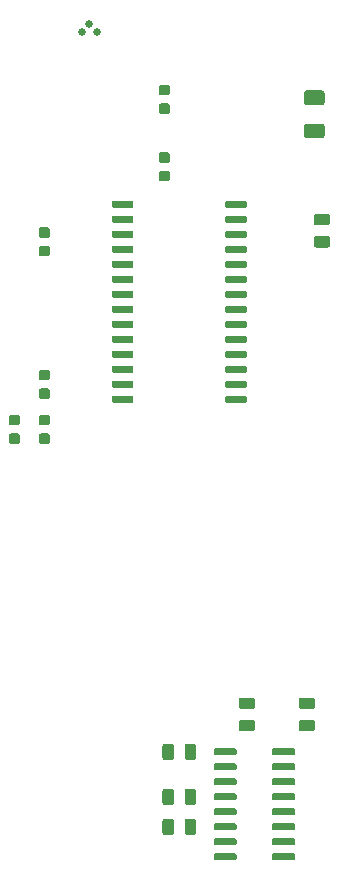
<source format=gtp>
G04 #@! TF.GenerationSoftware,KiCad,Pcbnew,(5.1.5)-3*
G04 #@! TF.CreationDate,2020-01-05T20:33:51-06:00*
G04 #@! TF.ProjectId,tymkrs_vendo,74796d6b-7273-45f7-9665-6e646f2e6b69,V0*
G04 #@! TF.SameCoordinates,Original*
G04 #@! TF.FileFunction,Paste,Top*
G04 #@! TF.FilePolarity,Positive*
%FSLAX46Y46*%
G04 Gerber Fmt 4.6, Leading zero omitted, Abs format (unit mm)*
G04 Created by KiCad (PCBNEW (5.1.5)-3) date 2020-01-05 20:33:51*
%MOMM*%
%LPD*%
G04 APERTURE LIST*
%ADD10C,0.100000*%
%ADD11C,0.635000*%
G04 APERTURE END LIST*
D10*
G36*
X98067691Y-115921053D02*
G01*
X98088926Y-115924203D01*
X98109750Y-115929419D01*
X98129962Y-115936651D01*
X98149368Y-115945830D01*
X98167781Y-115956866D01*
X98185024Y-115969654D01*
X98200930Y-115984070D01*
X98215346Y-115999976D01*
X98228134Y-116017219D01*
X98239170Y-116035632D01*
X98248349Y-116055038D01*
X98255581Y-116075250D01*
X98260797Y-116096074D01*
X98263947Y-116117309D01*
X98265000Y-116138750D01*
X98265000Y-116576250D01*
X98263947Y-116597691D01*
X98260797Y-116618926D01*
X98255581Y-116639750D01*
X98248349Y-116659962D01*
X98239170Y-116679368D01*
X98228134Y-116697781D01*
X98215346Y-116715024D01*
X98200930Y-116730930D01*
X98185024Y-116745346D01*
X98167781Y-116758134D01*
X98149368Y-116769170D01*
X98129962Y-116778349D01*
X98109750Y-116785581D01*
X98088926Y-116790797D01*
X98067691Y-116793947D01*
X98046250Y-116795000D01*
X97533750Y-116795000D01*
X97512309Y-116793947D01*
X97491074Y-116790797D01*
X97470250Y-116785581D01*
X97450038Y-116778349D01*
X97430632Y-116769170D01*
X97412219Y-116758134D01*
X97394976Y-116745346D01*
X97379070Y-116730930D01*
X97364654Y-116715024D01*
X97351866Y-116697781D01*
X97340830Y-116679368D01*
X97331651Y-116659962D01*
X97324419Y-116639750D01*
X97319203Y-116618926D01*
X97316053Y-116597691D01*
X97315000Y-116576250D01*
X97315000Y-116138750D01*
X97316053Y-116117309D01*
X97319203Y-116096074D01*
X97324419Y-116075250D01*
X97331651Y-116055038D01*
X97340830Y-116035632D01*
X97351866Y-116017219D01*
X97364654Y-115999976D01*
X97379070Y-115984070D01*
X97394976Y-115969654D01*
X97412219Y-115956866D01*
X97430632Y-115945830D01*
X97450038Y-115936651D01*
X97470250Y-115929419D01*
X97491074Y-115924203D01*
X97512309Y-115921053D01*
X97533750Y-115920000D01*
X98046250Y-115920000D01*
X98067691Y-115921053D01*
G37*
G36*
X98067691Y-114346053D02*
G01*
X98088926Y-114349203D01*
X98109750Y-114354419D01*
X98129962Y-114361651D01*
X98149368Y-114370830D01*
X98167781Y-114381866D01*
X98185024Y-114394654D01*
X98200930Y-114409070D01*
X98215346Y-114424976D01*
X98228134Y-114442219D01*
X98239170Y-114460632D01*
X98248349Y-114480038D01*
X98255581Y-114500250D01*
X98260797Y-114521074D01*
X98263947Y-114542309D01*
X98265000Y-114563750D01*
X98265000Y-115001250D01*
X98263947Y-115022691D01*
X98260797Y-115043926D01*
X98255581Y-115064750D01*
X98248349Y-115084962D01*
X98239170Y-115104368D01*
X98228134Y-115122781D01*
X98215346Y-115140024D01*
X98200930Y-115155930D01*
X98185024Y-115170346D01*
X98167781Y-115183134D01*
X98149368Y-115194170D01*
X98129962Y-115203349D01*
X98109750Y-115210581D01*
X98088926Y-115215797D01*
X98067691Y-115218947D01*
X98046250Y-115220000D01*
X97533750Y-115220000D01*
X97512309Y-115218947D01*
X97491074Y-115215797D01*
X97470250Y-115210581D01*
X97450038Y-115203349D01*
X97430632Y-115194170D01*
X97412219Y-115183134D01*
X97394976Y-115170346D01*
X97379070Y-115155930D01*
X97364654Y-115140024D01*
X97351866Y-115122781D01*
X97340830Y-115104368D01*
X97331651Y-115084962D01*
X97324419Y-115064750D01*
X97319203Y-115043926D01*
X97316053Y-115022691D01*
X97315000Y-115001250D01*
X97315000Y-114563750D01*
X97316053Y-114542309D01*
X97319203Y-114521074D01*
X97324419Y-114500250D01*
X97331651Y-114480038D01*
X97340830Y-114460632D01*
X97351866Y-114442219D01*
X97364654Y-114424976D01*
X97379070Y-114409070D01*
X97394976Y-114394654D01*
X97412219Y-114381866D01*
X97430632Y-114370830D01*
X97450038Y-114361651D01*
X97470250Y-114354419D01*
X97491074Y-114349203D01*
X97512309Y-114346053D01*
X97533750Y-114345000D01*
X98046250Y-114345000D01*
X98067691Y-114346053D01*
G37*
G36*
X121765142Y-115083673D02*
G01*
X121788803Y-115087183D01*
X121812007Y-115092995D01*
X121834529Y-115101053D01*
X121856153Y-115111281D01*
X121876670Y-115123578D01*
X121895883Y-115137828D01*
X121913607Y-115153892D01*
X121929671Y-115171616D01*
X121943921Y-115190829D01*
X121956218Y-115211346D01*
X121966446Y-115232970D01*
X121974504Y-115255492D01*
X121980316Y-115278696D01*
X121983826Y-115302357D01*
X121985000Y-115326249D01*
X121985000Y-115813749D01*
X121983826Y-115837641D01*
X121980316Y-115861302D01*
X121974504Y-115884506D01*
X121966446Y-115907028D01*
X121956218Y-115928652D01*
X121943921Y-115949169D01*
X121929671Y-115968382D01*
X121913607Y-115986106D01*
X121895883Y-116002170D01*
X121876670Y-116016420D01*
X121856153Y-116028717D01*
X121834529Y-116038945D01*
X121812007Y-116047003D01*
X121788803Y-116052815D01*
X121765142Y-116056325D01*
X121741250Y-116057499D01*
X120828750Y-116057499D01*
X120804858Y-116056325D01*
X120781197Y-116052815D01*
X120757993Y-116047003D01*
X120735471Y-116038945D01*
X120713847Y-116028717D01*
X120693330Y-116016420D01*
X120674117Y-116002170D01*
X120656393Y-115986106D01*
X120640329Y-115968382D01*
X120626079Y-115949169D01*
X120613782Y-115928652D01*
X120603554Y-115907028D01*
X120595496Y-115884506D01*
X120589684Y-115861302D01*
X120586174Y-115837641D01*
X120585000Y-115813749D01*
X120585000Y-115326249D01*
X120586174Y-115302357D01*
X120589684Y-115278696D01*
X120595496Y-115255492D01*
X120603554Y-115232970D01*
X120613782Y-115211346D01*
X120626079Y-115190829D01*
X120640329Y-115171616D01*
X120656393Y-115153892D01*
X120674117Y-115137828D01*
X120693330Y-115123578D01*
X120713847Y-115111281D01*
X120735471Y-115101053D01*
X120757993Y-115092995D01*
X120781197Y-115087183D01*
X120804858Y-115083673D01*
X120828750Y-115082499D01*
X121741250Y-115082499D01*
X121765142Y-115083673D01*
G37*
G36*
X121765142Y-113208673D02*
G01*
X121788803Y-113212183D01*
X121812007Y-113217995D01*
X121834529Y-113226053D01*
X121856153Y-113236281D01*
X121876670Y-113248578D01*
X121895883Y-113262828D01*
X121913607Y-113278892D01*
X121929671Y-113296616D01*
X121943921Y-113315829D01*
X121956218Y-113336346D01*
X121966446Y-113357970D01*
X121974504Y-113380492D01*
X121980316Y-113403696D01*
X121983826Y-113427357D01*
X121985000Y-113451249D01*
X121985000Y-113938749D01*
X121983826Y-113962641D01*
X121980316Y-113986302D01*
X121974504Y-114009506D01*
X121966446Y-114032028D01*
X121956218Y-114053652D01*
X121943921Y-114074169D01*
X121929671Y-114093382D01*
X121913607Y-114111106D01*
X121895883Y-114127170D01*
X121876670Y-114141420D01*
X121856153Y-114153717D01*
X121834529Y-114163945D01*
X121812007Y-114172003D01*
X121788803Y-114177815D01*
X121765142Y-114181325D01*
X121741250Y-114182499D01*
X120828750Y-114182499D01*
X120804858Y-114181325D01*
X120781197Y-114177815D01*
X120757993Y-114172003D01*
X120735471Y-114163945D01*
X120713847Y-114153717D01*
X120693330Y-114141420D01*
X120674117Y-114127170D01*
X120656393Y-114111106D01*
X120640329Y-114093382D01*
X120626079Y-114074169D01*
X120613782Y-114053652D01*
X120603554Y-114032028D01*
X120595496Y-114009506D01*
X120589684Y-113986302D01*
X120586174Y-113962641D01*
X120585000Y-113938749D01*
X120585000Y-113451249D01*
X120586174Y-113427357D01*
X120589684Y-113403696D01*
X120595496Y-113380492D01*
X120603554Y-113357970D01*
X120613782Y-113336346D01*
X120626079Y-113315829D01*
X120640329Y-113296616D01*
X120656393Y-113278892D01*
X120674117Y-113262828D01*
X120693330Y-113248578D01*
X120713847Y-113236281D01*
X120735471Y-113226053D01*
X120757993Y-113217995D01*
X120781197Y-113212183D01*
X120804858Y-113208673D01*
X120828750Y-113207499D01*
X121741250Y-113207499D01*
X121765142Y-113208673D01*
G37*
G36*
X121299504Y-105551204D02*
G01*
X121323773Y-105554804D01*
X121347571Y-105560765D01*
X121370671Y-105569030D01*
X121392849Y-105579520D01*
X121413893Y-105592133D01*
X121433598Y-105606747D01*
X121451777Y-105623223D01*
X121468253Y-105641402D01*
X121482867Y-105661107D01*
X121495480Y-105682151D01*
X121505970Y-105704329D01*
X121514235Y-105727429D01*
X121520196Y-105751227D01*
X121523796Y-105775496D01*
X121525000Y-105800000D01*
X121525000Y-106550000D01*
X121523796Y-106574504D01*
X121520196Y-106598773D01*
X121514235Y-106622571D01*
X121505970Y-106645671D01*
X121495480Y-106667849D01*
X121482867Y-106688893D01*
X121468253Y-106708598D01*
X121451777Y-106726777D01*
X121433598Y-106743253D01*
X121413893Y-106757867D01*
X121392849Y-106770480D01*
X121370671Y-106780970D01*
X121347571Y-106789235D01*
X121323773Y-106795196D01*
X121299504Y-106798796D01*
X121275000Y-106800000D01*
X120025000Y-106800000D01*
X120000496Y-106798796D01*
X119976227Y-106795196D01*
X119952429Y-106789235D01*
X119929329Y-106780970D01*
X119907151Y-106770480D01*
X119886107Y-106757867D01*
X119866402Y-106743253D01*
X119848223Y-106726777D01*
X119831747Y-106708598D01*
X119817133Y-106688893D01*
X119804520Y-106667849D01*
X119794030Y-106645671D01*
X119785765Y-106622571D01*
X119779804Y-106598773D01*
X119776204Y-106574504D01*
X119775000Y-106550000D01*
X119775000Y-105800000D01*
X119776204Y-105775496D01*
X119779804Y-105751227D01*
X119785765Y-105727429D01*
X119794030Y-105704329D01*
X119804520Y-105682151D01*
X119817133Y-105661107D01*
X119831747Y-105641402D01*
X119848223Y-105623223D01*
X119866402Y-105606747D01*
X119886107Y-105592133D01*
X119907151Y-105579520D01*
X119929329Y-105569030D01*
X119952429Y-105560765D01*
X119976227Y-105554804D01*
X120000496Y-105551204D01*
X120025000Y-105550000D01*
X121275000Y-105550000D01*
X121299504Y-105551204D01*
G37*
G36*
X121299504Y-102751204D02*
G01*
X121323773Y-102754804D01*
X121347571Y-102760765D01*
X121370671Y-102769030D01*
X121392849Y-102779520D01*
X121413893Y-102792133D01*
X121433598Y-102806747D01*
X121451777Y-102823223D01*
X121468253Y-102841402D01*
X121482867Y-102861107D01*
X121495480Y-102882151D01*
X121505970Y-102904329D01*
X121514235Y-102927429D01*
X121520196Y-102951227D01*
X121523796Y-102975496D01*
X121525000Y-103000000D01*
X121525000Y-103750000D01*
X121523796Y-103774504D01*
X121520196Y-103798773D01*
X121514235Y-103822571D01*
X121505970Y-103845671D01*
X121495480Y-103867849D01*
X121482867Y-103888893D01*
X121468253Y-103908598D01*
X121451777Y-103926777D01*
X121433598Y-103943253D01*
X121413893Y-103957867D01*
X121392849Y-103970480D01*
X121370671Y-103980970D01*
X121347571Y-103989235D01*
X121323773Y-103995196D01*
X121299504Y-103998796D01*
X121275000Y-104000000D01*
X120025000Y-104000000D01*
X120000496Y-103998796D01*
X119976227Y-103995196D01*
X119952429Y-103989235D01*
X119929329Y-103980970D01*
X119907151Y-103970480D01*
X119886107Y-103957867D01*
X119866402Y-103943253D01*
X119848223Y-103926777D01*
X119831747Y-103908598D01*
X119817133Y-103888893D01*
X119804520Y-103867849D01*
X119794030Y-103845671D01*
X119785765Y-103822571D01*
X119779804Y-103798773D01*
X119776204Y-103774504D01*
X119775000Y-103750000D01*
X119775000Y-103000000D01*
X119776204Y-102975496D01*
X119779804Y-102951227D01*
X119785765Y-102927429D01*
X119794030Y-102904329D01*
X119804520Y-102882151D01*
X119817133Y-102861107D01*
X119831747Y-102841402D01*
X119848223Y-102823223D01*
X119866402Y-102806747D01*
X119886107Y-102792133D01*
X119907151Y-102779520D01*
X119929329Y-102769030D01*
X119952429Y-102760765D01*
X119976227Y-102754804D01*
X120000496Y-102751204D01*
X120025000Y-102750000D01*
X121275000Y-102750000D01*
X121299504Y-102751204D01*
G37*
G36*
X118884703Y-158450722D02*
G01*
X118899264Y-158452882D01*
X118913543Y-158456459D01*
X118927403Y-158461418D01*
X118940710Y-158467712D01*
X118953336Y-158475280D01*
X118965159Y-158484048D01*
X118976066Y-158493934D01*
X118985952Y-158504841D01*
X118994720Y-158516664D01*
X119002288Y-158529290D01*
X119008582Y-158542597D01*
X119013541Y-158556457D01*
X119017118Y-158570736D01*
X119019278Y-158585297D01*
X119020000Y-158600000D01*
X119020000Y-158900000D01*
X119019278Y-158914703D01*
X119017118Y-158929264D01*
X119013541Y-158943543D01*
X119008582Y-158957403D01*
X119002288Y-158970710D01*
X118994720Y-158983336D01*
X118985952Y-158995159D01*
X118976066Y-159006066D01*
X118965159Y-159015952D01*
X118953336Y-159024720D01*
X118940710Y-159032288D01*
X118927403Y-159038582D01*
X118913543Y-159043541D01*
X118899264Y-159047118D01*
X118884703Y-159049278D01*
X118870000Y-159050000D01*
X117220000Y-159050000D01*
X117205297Y-159049278D01*
X117190736Y-159047118D01*
X117176457Y-159043541D01*
X117162597Y-159038582D01*
X117149290Y-159032288D01*
X117136664Y-159024720D01*
X117124841Y-159015952D01*
X117113934Y-159006066D01*
X117104048Y-158995159D01*
X117095280Y-158983336D01*
X117087712Y-158970710D01*
X117081418Y-158957403D01*
X117076459Y-158943543D01*
X117072882Y-158929264D01*
X117070722Y-158914703D01*
X117070000Y-158900000D01*
X117070000Y-158600000D01*
X117070722Y-158585297D01*
X117072882Y-158570736D01*
X117076459Y-158556457D01*
X117081418Y-158542597D01*
X117087712Y-158529290D01*
X117095280Y-158516664D01*
X117104048Y-158504841D01*
X117113934Y-158493934D01*
X117124841Y-158484048D01*
X117136664Y-158475280D01*
X117149290Y-158467712D01*
X117162597Y-158461418D01*
X117176457Y-158456459D01*
X117190736Y-158452882D01*
X117205297Y-158450722D01*
X117220000Y-158450000D01*
X118870000Y-158450000D01*
X118884703Y-158450722D01*
G37*
G36*
X118884703Y-159720722D02*
G01*
X118899264Y-159722882D01*
X118913543Y-159726459D01*
X118927403Y-159731418D01*
X118940710Y-159737712D01*
X118953336Y-159745280D01*
X118965159Y-159754048D01*
X118976066Y-159763934D01*
X118985952Y-159774841D01*
X118994720Y-159786664D01*
X119002288Y-159799290D01*
X119008582Y-159812597D01*
X119013541Y-159826457D01*
X119017118Y-159840736D01*
X119019278Y-159855297D01*
X119020000Y-159870000D01*
X119020000Y-160170000D01*
X119019278Y-160184703D01*
X119017118Y-160199264D01*
X119013541Y-160213543D01*
X119008582Y-160227403D01*
X119002288Y-160240710D01*
X118994720Y-160253336D01*
X118985952Y-160265159D01*
X118976066Y-160276066D01*
X118965159Y-160285952D01*
X118953336Y-160294720D01*
X118940710Y-160302288D01*
X118927403Y-160308582D01*
X118913543Y-160313541D01*
X118899264Y-160317118D01*
X118884703Y-160319278D01*
X118870000Y-160320000D01*
X117220000Y-160320000D01*
X117205297Y-160319278D01*
X117190736Y-160317118D01*
X117176457Y-160313541D01*
X117162597Y-160308582D01*
X117149290Y-160302288D01*
X117136664Y-160294720D01*
X117124841Y-160285952D01*
X117113934Y-160276066D01*
X117104048Y-160265159D01*
X117095280Y-160253336D01*
X117087712Y-160240710D01*
X117081418Y-160227403D01*
X117076459Y-160213543D01*
X117072882Y-160199264D01*
X117070722Y-160184703D01*
X117070000Y-160170000D01*
X117070000Y-159870000D01*
X117070722Y-159855297D01*
X117072882Y-159840736D01*
X117076459Y-159826457D01*
X117081418Y-159812597D01*
X117087712Y-159799290D01*
X117095280Y-159786664D01*
X117104048Y-159774841D01*
X117113934Y-159763934D01*
X117124841Y-159754048D01*
X117136664Y-159745280D01*
X117149290Y-159737712D01*
X117162597Y-159731418D01*
X117176457Y-159726459D01*
X117190736Y-159722882D01*
X117205297Y-159720722D01*
X117220000Y-159720000D01*
X118870000Y-159720000D01*
X118884703Y-159720722D01*
G37*
G36*
X118884703Y-160990722D02*
G01*
X118899264Y-160992882D01*
X118913543Y-160996459D01*
X118927403Y-161001418D01*
X118940710Y-161007712D01*
X118953336Y-161015280D01*
X118965159Y-161024048D01*
X118976066Y-161033934D01*
X118985952Y-161044841D01*
X118994720Y-161056664D01*
X119002288Y-161069290D01*
X119008582Y-161082597D01*
X119013541Y-161096457D01*
X119017118Y-161110736D01*
X119019278Y-161125297D01*
X119020000Y-161140000D01*
X119020000Y-161440000D01*
X119019278Y-161454703D01*
X119017118Y-161469264D01*
X119013541Y-161483543D01*
X119008582Y-161497403D01*
X119002288Y-161510710D01*
X118994720Y-161523336D01*
X118985952Y-161535159D01*
X118976066Y-161546066D01*
X118965159Y-161555952D01*
X118953336Y-161564720D01*
X118940710Y-161572288D01*
X118927403Y-161578582D01*
X118913543Y-161583541D01*
X118899264Y-161587118D01*
X118884703Y-161589278D01*
X118870000Y-161590000D01*
X117220000Y-161590000D01*
X117205297Y-161589278D01*
X117190736Y-161587118D01*
X117176457Y-161583541D01*
X117162597Y-161578582D01*
X117149290Y-161572288D01*
X117136664Y-161564720D01*
X117124841Y-161555952D01*
X117113934Y-161546066D01*
X117104048Y-161535159D01*
X117095280Y-161523336D01*
X117087712Y-161510710D01*
X117081418Y-161497403D01*
X117076459Y-161483543D01*
X117072882Y-161469264D01*
X117070722Y-161454703D01*
X117070000Y-161440000D01*
X117070000Y-161140000D01*
X117070722Y-161125297D01*
X117072882Y-161110736D01*
X117076459Y-161096457D01*
X117081418Y-161082597D01*
X117087712Y-161069290D01*
X117095280Y-161056664D01*
X117104048Y-161044841D01*
X117113934Y-161033934D01*
X117124841Y-161024048D01*
X117136664Y-161015280D01*
X117149290Y-161007712D01*
X117162597Y-161001418D01*
X117176457Y-160996459D01*
X117190736Y-160992882D01*
X117205297Y-160990722D01*
X117220000Y-160990000D01*
X118870000Y-160990000D01*
X118884703Y-160990722D01*
G37*
G36*
X118884703Y-162260722D02*
G01*
X118899264Y-162262882D01*
X118913543Y-162266459D01*
X118927403Y-162271418D01*
X118940710Y-162277712D01*
X118953336Y-162285280D01*
X118965159Y-162294048D01*
X118976066Y-162303934D01*
X118985952Y-162314841D01*
X118994720Y-162326664D01*
X119002288Y-162339290D01*
X119008582Y-162352597D01*
X119013541Y-162366457D01*
X119017118Y-162380736D01*
X119019278Y-162395297D01*
X119020000Y-162410000D01*
X119020000Y-162710000D01*
X119019278Y-162724703D01*
X119017118Y-162739264D01*
X119013541Y-162753543D01*
X119008582Y-162767403D01*
X119002288Y-162780710D01*
X118994720Y-162793336D01*
X118985952Y-162805159D01*
X118976066Y-162816066D01*
X118965159Y-162825952D01*
X118953336Y-162834720D01*
X118940710Y-162842288D01*
X118927403Y-162848582D01*
X118913543Y-162853541D01*
X118899264Y-162857118D01*
X118884703Y-162859278D01*
X118870000Y-162860000D01*
X117220000Y-162860000D01*
X117205297Y-162859278D01*
X117190736Y-162857118D01*
X117176457Y-162853541D01*
X117162597Y-162848582D01*
X117149290Y-162842288D01*
X117136664Y-162834720D01*
X117124841Y-162825952D01*
X117113934Y-162816066D01*
X117104048Y-162805159D01*
X117095280Y-162793336D01*
X117087712Y-162780710D01*
X117081418Y-162767403D01*
X117076459Y-162753543D01*
X117072882Y-162739264D01*
X117070722Y-162724703D01*
X117070000Y-162710000D01*
X117070000Y-162410000D01*
X117070722Y-162395297D01*
X117072882Y-162380736D01*
X117076459Y-162366457D01*
X117081418Y-162352597D01*
X117087712Y-162339290D01*
X117095280Y-162326664D01*
X117104048Y-162314841D01*
X117113934Y-162303934D01*
X117124841Y-162294048D01*
X117136664Y-162285280D01*
X117149290Y-162277712D01*
X117162597Y-162271418D01*
X117176457Y-162266459D01*
X117190736Y-162262882D01*
X117205297Y-162260722D01*
X117220000Y-162260000D01*
X118870000Y-162260000D01*
X118884703Y-162260722D01*
G37*
G36*
X118884703Y-163530722D02*
G01*
X118899264Y-163532882D01*
X118913543Y-163536459D01*
X118927403Y-163541418D01*
X118940710Y-163547712D01*
X118953336Y-163555280D01*
X118965159Y-163564048D01*
X118976066Y-163573934D01*
X118985952Y-163584841D01*
X118994720Y-163596664D01*
X119002288Y-163609290D01*
X119008582Y-163622597D01*
X119013541Y-163636457D01*
X119017118Y-163650736D01*
X119019278Y-163665297D01*
X119020000Y-163680000D01*
X119020000Y-163980000D01*
X119019278Y-163994703D01*
X119017118Y-164009264D01*
X119013541Y-164023543D01*
X119008582Y-164037403D01*
X119002288Y-164050710D01*
X118994720Y-164063336D01*
X118985952Y-164075159D01*
X118976066Y-164086066D01*
X118965159Y-164095952D01*
X118953336Y-164104720D01*
X118940710Y-164112288D01*
X118927403Y-164118582D01*
X118913543Y-164123541D01*
X118899264Y-164127118D01*
X118884703Y-164129278D01*
X118870000Y-164130000D01*
X117220000Y-164130000D01*
X117205297Y-164129278D01*
X117190736Y-164127118D01*
X117176457Y-164123541D01*
X117162597Y-164118582D01*
X117149290Y-164112288D01*
X117136664Y-164104720D01*
X117124841Y-164095952D01*
X117113934Y-164086066D01*
X117104048Y-164075159D01*
X117095280Y-164063336D01*
X117087712Y-164050710D01*
X117081418Y-164037403D01*
X117076459Y-164023543D01*
X117072882Y-164009264D01*
X117070722Y-163994703D01*
X117070000Y-163980000D01*
X117070000Y-163680000D01*
X117070722Y-163665297D01*
X117072882Y-163650736D01*
X117076459Y-163636457D01*
X117081418Y-163622597D01*
X117087712Y-163609290D01*
X117095280Y-163596664D01*
X117104048Y-163584841D01*
X117113934Y-163573934D01*
X117124841Y-163564048D01*
X117136664Y-163555280D01*
X117149290Y-163547712D01*
X117162597Y-163541418D01*
X117176457Y-163536459D01*
X117190736Y-163532882D01*
X117205297Y-163530722D01*
X117220000Y-163530000D01*
X118870000Y-163530000D01*
X118884703Y-163530722D01*
G37*
G36*
X118884703Y-164800722D02*
G01*
X118899264Y-164802882D01*
X118913543Y-164806459D01*
X118927403Y-164811418D01*
X118940710Y-164817712D01*
X118953336Y-164825280D01*
X118965159Y-164834048D01*
X118976066Y-164843934D01*
X118985952Y-164854841D01*
X118994720Y-164866664D01*
X119002288Y-164879290D01*
X119008582Y-164892597D01*
X119013541Y-164906457D01*
X119017118Y-164920736D01*
X119019278Y-164935297D01*
X119020000Y-164950000D01*
X119020000Y-165250000D01*
X119019278Y-165264703D01*
X119017118Y-165279264D01*
X119013541Y-165293543D01*
X119008582Y-165307403D01*
X119002288Y-165320710D01*
X118994720Y-165333336D01*
X118985952Y-165345159D01*
X118976066Y-165356066D01*
X118965159Y-165365952D01*
X118953336Y-165374720D01*
X118940710Y-165382288D01*
X118927403Y-165388582D01*
X118913543Y-165393541D01*
X118899264Y-165397118D01*
X118884703Y-165399278D01*
X118870000Y-165400000D01*
X117220000Y-165400000D01*
X117205297Y-165399278D01*
X117190736Y-165397118D01*
X117176457Y-165393541D01*
X117162597Y-165388582D01*
X117149290Y-165382288D01*
X117136664Y-165374720D01*
X117124841Y-165365952D01*
X117113934Y-165356066D01*
X117104048Y-165345159D01*
X117095280Y-165333336D01*
X117087712Y-165320710D01*
X117081418Y-165307403D01*
X117076459Y-165293543D01*
X117072882Y-165279264D01*
X117070722Y-165264703D01*
X117070000Y-165250000D01*
X117070000Y-164950000D01*
X117070722Y-164935297D01*
X117072882Y-164920736D01*
X117076459Y-164906457D01*
X117081418Y-164892597D01*
X117087712Y-164879290D01*
X117095280Y-164866664D01*
X117104048Y-164854841D01*
X117113934Y-164843934D01*
X117124841Y-164834048D01*
X117136664Y-164825280D01*
X117149290Y-164817712D01*
X117162597Y-164811418D01*
X117176457Y-164806459D01*
X117190736Y-164802882D01*
X117205297Y-164800722D01*
X117220000Y-164800000D01*
X118870000Y-164800000D01*
X118884703Y-164800722D01*
G37*
G36*
X118884703Y-166070722D02*
G01*
X118899264Y-166072882D01*
X118913543Y-166076459D01*
X118927403Y-166081418D01*
X118940710Y-166087712D01*
X118953336Y-166095280D01*
X118965159Y-166104048D01*
X118976066Y-166113934D01*
X118985952Y-166124841D01*
X118994720Y-166136664D01*
X119002288Y-166149290D01*
X119008582Y-166162597D01*
X119013541Y-166176457D01*
X119017118Y-166190736D01*
X119019278Y-166205297D01*
X119020000Y-166220000D01*
X119020000Y-166520000D01*
X119019278Y-166534703D01*
X119017118Y-166549264D01*
X119013541Y-166563543D01*
X119008582Y-166577403D01*
X119002288Y-166590710D01*
X118994720Y-166603336D01*
X118985952Y-166615159D01*
X118976066Y-166626066D01*
X118965159Y-166635952D01*
X118953336Y-166644720D01*
X118940710Y-166652288D01*
X118927403Y-166658582D01*
X118913543Y-166663541D01*
X118899264Y-166667118D01*
X118884703Y-166669278D01*
X118870000Y-166670000D01*
X117220000Y-166670000D01*
X117205297Y-166669278D01*
X117190736Y-166667118D01*
X117176457Y-166663541D01*
X117162597Y-166658582D01*
X117149290Y-166652288D01*
X117136664Y-166644720D01*
X117124841Y-166635952D01*
X117113934Y-166626066D01*
X117104048Y-166615159D01*
X117095280Y-166603336D01*
X117087712Y-166590710D01*
X117081418Y-166577403D01*
X117076459Y-166563543D01*
X117072882Y-166549264D01*
X117070722Y-166534703D01*
X117070000Y-166520000D01*
X117070000Y-166220000D01*
X117070722Y-166205297D01*
X117072882Y-166190736D01*
X117076459Y-166176457D01*
X117081418Y-166162597D01*
X117087712Y-166149290D01*
X117095280Y-166136664D01*
X117104048Y-166124841D01*
X117113934Y-166113934D01*
X117124841Y-166104048D01*
X117136664Y-166095280D01*
X117149290Y-166087712D01*
X117162597Y-166081418D01*
X117176457Y-166076459D01*
X117190736Y-166072882D01*
X117205297Y-166070722D01*
X117220000Y-166070000D01*
X118870000Y-166070000D01*
X118884703Y-166070722D01*
G37*
G36*
X118884703Y-167340722D02*
G01*
X118899264Y-167342882D01*
X118913543Y-167346459D01*
X118927403Y-167351418D01*
X118940710Y-167357712D01*
X118953336Y-167365280D01*
X118965159Y-167374048D01*
X118976066Y-167383934D01*
X118985952Y-167394841D01*
X118994720Y-167406664D01*
X119002288Y-167419290D01*
X119008582Y-167432597D01*
X119013541Y-167446457D01*
X119017118Y-167460736D01*
X119019278Y-167475297D01*
X119020000Y-167490000D01*
X119020000Y-167790000D01*
X119019278Y-167804703D01*
X119017118Y-167819264D01*
X119013541Y-167833543D01*
X119008582Y-167847403D01*
X119002288Y-167860710D01*
X118994720Y-167873336D01*
X118985952Y-167885159D01*
X118976066Y-167896066D01*
X118965159Y-167905952D01*
X118953336Y-167914720D01*
X118940710Y-167922288D01*
X118927403Y-167928582D01*
X118913543Y-167933541D01*
X118899264Y-167937118D01*
X118884703Y-167939278D01*
X118870000Y-167940000D01*
X117220000Y-167940000D01*
X117205297Y-167939278D01*
X117190736Y-167937118D01*
X117176457Y-167933541D01*
X117162597Y-167928582D01*
X117149290Y-167922288D01*
X117136664Y-167914720D01*
X117124841Y-167905952D01*
X117113934Y-167896066D01*
X117104048Y-167885159D01*
X117095280Y-167873336D01*
X117087712Y-167860710D01*
X117081418Y-167847403D01*
X117076459Y-167833543D01*
X117072882Y-167819264D01*
X117070722Y-167804703D01*
X117070000Y-167790000D01*
X117070000Y-167490000D01*
X117070722Y-167475297D01*
X117072882Y-167460736D01*
X117076459Y-167446457D01*
X117081418Y-167432597D01*
X117087712Y-167419290D01*
X117095280Y-167406664D01*
X117104048Y-167394841D01*
X117113934Y-167383934D01*
X117124841Y-167374048D01*
X117136664Y-167365280D01*
X117149290Y-167357712D01*
X117162597Y-167351418D01*
X117176457Y-167346459D01*
X117190736Y-167342882D01*
X117205297Y-167340722D01*
X117220000Y-167340000D01*
X118870000Y-167340000D01*
X118884703Y-167340722D01*
G37*
G36*
X113934703Y-167340722D02*
G01*
X113949264Y-167342882D01*
X113963543Y-167346459D01*
X113977403Y-167351418D01*
X113990710Y-167357712D01*
X114003336Y-167365280D01*
X114015159Y-167374048D01*
X114026066Y-167383934D01*
X114035952Y-167394841D01*
X114044720Y-167406664D01*
X114052288Y-167419290D01*
X114058582Y-167432597D01*
X114063541Y-167446457D01*
X114067118Y-167460736D01*
X114069278Y-167475297D01*
X114070000Y-167490000D01*
X114070000Y-167790000D01*
X114069278Y-167804703D01*
X114067118Y-167819264D01*
X114063541Y-167833543D01*
X114058582Y-167847403D01*
X114052288Y-167860710D01*
X114044720Y-167873336D01*
X114035952Y-167885159D01*
X114026066Y-167896066D01*
X114015159Y-167905952D01*
X114003336Y-167914720D01*
X113990710Y-167922288D01*
X113977403Y-167928582D01*
X113963543Y-167933541D01*
X113949264Y-167937118D01*
X113934703Y-167939278D01*
X113920000Y-167940000D01*
X112270000Y-167940000D01*
X112255297Y-167939278D01*
X112240736Y-167937118D01*
X112226457Y-167933541D01*
X112212597Y-167928582D01*
X112199290Y-167922288D01*
X112186664Y-167914720D01*
X112174841Y-167905952D01*
X112163934Y-167896066D01*
X112154048Y-167885159D01*
X112145280Y-167873336D01*
X112137712Y-167860710D01*
X112131418Y-167847403D01*
X112126459Y-167833543D01*
X112122882Y-167819264D01*
X112120722Y-167804703D01*
X112120000Y-167790000D01*
X112120000Y-167490000D01*
X112120722Y-167475297D01*
X112122882Y-167460736D01*
X112126459Y-167446457D01*
X112131418Y-167432597D01*
X112137712Y-167419290D01*
X112145280Y-167406664D01*
X112154048Y-167394841D01*
X112163934Y-167383934D01*
X112174841Y-167374048D01*
X112186664Y-167365280D01*
X112199290Y-167357712D01*
X112212597Y-167351418D01*
X112226457Y-167346459D01*
X112240736Y-167342882D01*
X112255297Y-167340722D01*
X112270000Y-167340000D01*
X113920000Y-167340000D01*
X113934703Y-167340722D01*
G37*
G36*
X113934703Y-166070722D02*
G01*
X113949264Y-166072882D01*
X113963543Y-166076459D01*
X113977403Y-166081418D01*
X113990710Y-166087712D01*
X114003336Y-166095280D01*
X114015159Y-166104048D01*
X114026066Y-166113934D01*
X114035952Y-166124841D01*
X114044720Y-166136664D01*
X114052288Y-166149290D01*
X114058582Y-166162597D01*
X114063541Y-166176457D01*
X114067118Y-166190736D01*
X114069278Y-166205297D01*
X114070000Y-166220000D01*
X114070000Y-166520000D01*
X114069278Y-166534703D01*
X114067118Y-166549264D01*
X114063541Y-166563543D01*
X114058582Y-166577403D01*
X114052288Y-166590710D01*
X114044720Y-166603336D01*
X114035952Y-166615159D01*
X114026066Y-166626066D01*
X114015159Y-166635952D01*
X114003336Y-166644720D01*
X113990710Y-166652288D01*
X113977403Y-166658582D01*
X113963543Y-166663541D01*
X113949264Y-166667118D01*
X113934703Y-166669278D01*
X113920000Y-166670000D01*
X112270000Y-166670000D01*
X112255297Y-166669278D01*
X112240736Y-166667118D01*
X112226457Y-166663541D01*
X112212597Y-166658582D01*
X112199290Y-166652288D01*
X112186664Y-166644720D01*
X112174841Y-166635952D01*
X112163934Y-166626066D01*
X112154048Y-166615159D01*
X112145280Y-166603336D01*
X112137712Y-166590710D01*
X112131418Y-166577403D01*
X112126459Y-166563543D01*
X112122882Y-166549264D01*
X112120722Y-166534703D01*
X112120000Y-166520000D01*
X112120000Y-166220000D01*
X112120722Y-166205297D01*
X112122882Y-166190736D01*
X112126459Y-166176457D01*
X112131418Y-166162597D01*
X112137712Y-166149290D01*
X112145280Y-166136664D01*
X112154048Y-166124841D01*
X112163934Y-166113934D01*
X112174841Y-166104048D01*
X112186664Y-166095280D01*
X112199290Y-166087712D01*
X112212597Y-166081418D01*
X112226457Y-166076459D01*
X112240736Y-166072882D01*
X112255297Y-166070722D01*
X112270000Y-166070000D01*
X113920000Y-166070000D01*
X113934703Y-166070722D01*
G37*
G36*
X113934703Y-164800722D02*
G01*
X113949264Y-164802882D01*
X113963543Y-164806459D01*
X113977403Y-164811418D01*
X113990710Y-164817712D01*
X114003336Y-164825280D01*
X114015159Y-164834048D01*
X114026066Y-164843934D01*
X114035952Y-164854841D01*
X114044720Y-164866664D01*
X114052288Y-164879290D01*
X114058582Y-164892597D01*
X114063541Y-164906457D01*
X114067118Y-164920736D01*
X114069278Y-164935297D01*
X114070000Y-164950000D01*
X114070000Y-165250000D01*
X114069278Y-165264703D01*
X114067118Y-165279264D01*
X114063541Y-165293543D01*
X114058582Y-165307403D01*
X114052288Y-165320710D01*
X114044720Y-165333336D01*
X114035952Y-165345159D01*
X114026066Y-165356066D01*
X114015159Y-165365952D01*
X114003336Y-165374720D01*
X113990710Y-165382288D01*
X113977403Y-165388582D01*
X113963543Y-165393541D01*
X113949264Y-165397118D01*
X113934703Y-165399278D01*
X113920000Y-165400000D01*
X112270000Y-165400000D01*
X112255297Y-165399278D01*
X112240736Y-165397118D01*
X112226457Y-165393541D01*
X112212597Y-165388582D01*
X112199290Y-165382288D01*
X112186664Y-165374720D01*
X112174841Y-165365952D01*
X112163934Y-165356066D01*
X112154048Y-165345159D01*
X112145280Y-165333336D01*
X112137712Y-165320710D01*
X112131418Y-165307403D01*
X112126459Y-165293543D01*
X112122882Y-165279264D01*
X112120722Y-165264703D01*
X112120000Y-165250000D01*
X112120000Y-164950000D01*
X112120722Y-164935297D01*
X112122882Y-164920736D01*
X112126459Y-164906457D01*
X112131418Y-164892597D01*
X112137712Y-164879290D01*
X112145280Y-164866664D01*
X112154048Y-164854841D01*
X112163934Y-164843934D01*
X112174841Y-164834048D01*
X112186664Y-164825280D01*
X112199290Y-164817712D01*
X112212597Y-164811418D01*
X112226457Y-164806459D01*
X112240736Y-164802882D01*
X112255297Y-164800722D01*
X112270000Y-164800000D01*
X113920000Y-164800000D01*
X113934703Y-164800722D01*
G37*
G36*
X113934703Y-163530722D02*
G01*
X113949264Y-163532882D01*
X113963543Y-163536459D01*
X113977403Y-163541418D01*
X113990710Y-163547712D01*
X114003336Y-163555280D01*
X114015159Y-163564048D01*
X114026066Y-163573934D01*
X114035952Y-163584841D01*
X114044720Y-163596664D01*
X114052288Y-163609290D01*
X114058582Y-163622597D01*
X114063541Y-163636457D01*
X114067118Y-163650736D01*
X114069278Y-163665297D01*
X114070000Y-163680000D01*
X114070000Y-163980000D01*
X114069278Y-163994703D01*
X114067118Y-164009264D01*
X114063541Y-164023543D01*
X114058582Y-164037403D01*
X114052288Y-164050710D01*
X114044720Y-164063336D01*
X114035952Y-164075159D01*
X114026066Y-164086066D01*
X114015159Y-164095952D01*
X114003336Y-164104720D01*
X113990710Y-164112288D01*
X113977403Y-164118582D01*
X113963543Y-164123541D01*
X113949264Y-164127118D01*
X113934703Y-164129278D01*
X113920000Y-164130000D01*
X112270000Y-164130000D01*
X112255297Y-164129278D01*
X112240736Y-164127118D01*
X112226457Y-164123541D01*
X112212597Y-164118582D01*
X112199290Y-164112288D01*
X112186664Y-164104720D01*
X112174841Y-164095952D01*
X112163934Y-164086066D01*
X112154048Y-164075159D01*
X112145280Y-164063336D01*
X112137712Y-164050710D01*
X112131418Y-164037403D01*
X112126459Y-164023543D01*
X112122882Y-164009264D01*
X112120722Y-163994703D01*
X112120000Y-163980000D01*
X112120000Y-163680000D01*
X112120722Y-163665297D01*
X112122882Y-163650736D01*
X112126459Y-163636457D01*
X112131418Y-163622597D01*
X112137712Y-163609290D01*
X112145280Y-163596664D01*
X112154048Y-163584841D01*
X112163934Y-163573934D01*
X112174841Y-163564048D01*
X112186664Y-163555280D01*
X112199290Y-163547712D01*
X112212597Y-163541418D01*
X112226457Y-163536459D01*
X112240736Y-163532882D01*
X112255297Y-163530722D01*
X112270000Y-163530000D01*
X113920000Y-163530000D01*
X113934703Y-163530722D01*
G37*
G36*
X113934703Y-162260722D02*
G01*
X113949264Y-162262882D01*
X113963543Y-162266459D01*
X113977403Y-162271418D01*
X113990710Y-162277712D01*
X114003336Y-162285280D01*
X114015159Y-162294048D01*
X114026066Y-162303934D01*
X114035952Y-162314841D01*
X114044720Y-162326664D01*
X114052288Y-162339290D01*
X114058582Y-162352597D01*
X114063541Y-162366457D01*
X114067118Y-162380736D01*
X114069278Y-162395297D01*
X114070000Y-162410000D01*
X114070000Y-162710000D01*
X114069278Y-162724703D01*
X114067118Y-162739264D01*
X114063541Y-162753543D01*
X114058582Y-162767403D01*
X114052288Y-162780710D01*
X114044720Y-162793336D01*
X114035952Y-162805159D01*
X114026066Y-162816066D01*
X114015159Y-162825952D01*
X114003336Y-162834720D01*
X113990710Y-162842288D01*
X113977403Y-162848582D01*
X113963543Y-162853541D01*
X113949264Y-162857118D01*
X113934703Y-162859278D01*
X113920000Y-162860000D01*
X112270000Y-162860000D01*
X112255297Y-162859278D01*
X112240736Y-162857118D01*
X112226457Y-162853541D01*
X112212597Y-162848582D01*
X112199290Y-162842288D01*
X112186664Y-162834720D01*
X112174841Y-162825952D01*
X112163934Y-162816066D01*
X112154048Y-162805159D01*
X112145280Y-162793336D01*
X112137712Y-162780710D01*
X112131418Y-162767403D01*
X112126459Y-162753543D01*
X112122882Y-162739264D01*
X112120722Y-162724703D01*
X112120000Y-162710000D01*
X112120000Y-162410000D01*
X112120722Y-162395297D01*
X112122882Y-162380736D01*
X112126459Y-162366457D01*
X112131418Y-162352597D01*
X112137712Y-162339290D01*
X112145280Y-162326664D01*
X112154048Y-162314841D01*
X112163934Y-162303934D01*
X112174841Y-162294048D01*
X112186664Y-162285280D01*
X112199290Y-162277712D01*
X112212597Y-162271418D01*
X112226457Y-162266459D01*
X112240736Y-162262882D01*
X112255297Y-162260722D01*
X112270000Y-162260000D01*
X113920000Y-162260000D01*
X113934703Y-162260722D01*
G37*
G36*
X113934703Y-160990722D02*
G01*
X113949264Y-160992882D01*
X113963543Y-160996459D01*
X113977403Y-161001418D01*
X113990710Y-161007712D01*
X114003336Y-161015280D01*
X114015159Y-161024048D01*
X114026066Y-161033934D01*
X114035952Y-161044841D01*
X114044720Y-161056664D01*
X114052288Y-161069290D01*
X114058582Y-161082597D01*
X114063541Y-161096457D01*
X114067118Y-161110736D01*
X114069278Y-161125297D01*
X114070000Y-161140000D01*
X114070000Y-161440000D01*
X114069278Y-161454703D01*
X114067118Y-161469264D01*
X114063541Y-161483543D01*
X114058582Y-161497403D01*
X114052288Y-161510710D01*
X114044720Y-161523336D01*
X114035952Y-161535159D01*
X114026066Y-161546066D01*
X114015159Y-161555952D01*
X114003336Y-161564720D01*
X113990710Y-161572288D01*
X113977403Y-161578582D01*
X113963543Y-161583541D01*
X113949264Y-161587118D01*
X113934703Y-161589278D01*
X113920000Y-161590000D01*
X112270000Y-161590000D01*
X112255297Y-161589278D01*
X112240736Y-161587118D01*
X112226457Y-161583541D01*
X112212597Y-161578582D01*
X112199290Y-161572288D01*
X112186664Y-161564720D01*
X112174841Y-161555952D01*
X112163934Y-161546066D01*
X112154048Y-161535159D01*
X112145280Y-161523336D01*
X112137712Y-161510710D01*
X112131418Y-161497403D01*
X112126459Y-161483543D01*
X112122882Y-161469264D01*
X112120722Y-161454703D01*
X112120000Y-161440000D01*
X112120000Y-161140000D01*
X112120722Y-161125297D01*
X112122882Y-161110736D01*
X112126459Y-161096457D01*
X112131418Y-161082597D01*
X112137712Y-161069290D01*
X112145280Y-161056664D01*
X112154048Y-161044841D01*
X112163934Y-161033934D01*
X112174841Y-161024048D01*
X112186664Y-161015280D01*
X112199290Y-161007712D01*
X112212597Y-161001418D01*
X112226457Y-160996459D01*
X112240736Y-160992882D01*
X112255297Y-160990722D01*
X112270000Y-160990000D01*
X113920000Y-160990000D01*
X113934703Y-160990722D01*
G37*
G36*
X113934703Y-159720722D02*
G01*
X113949264Y-159722882D01*
X113963543Y-159726459D01*
X113977403Y-159731418D01*
X113990710Y-159737712D01*
X114003336Y-159745280D01*
X114015159Y-159754048D01*
X114026066Y-159763934D01*
X114035952Y-159774841D01*
X114044720Y-159786664D01*
X114052288Y-159799290D01*
X114058582Y-159812597D01*
X114063541Y-159826457D01*
X114067118Y-159840736D01*
X114069278Y-159855297D01*
X114070000Y-159870000D01*
X114070000Y-160170000D01*
X114069278Y-160184703D01*
X114067118Y-160199264D01*
X114063541Y-160213543D01*
X114058582Y-160227403D01*
X114052288Y-160240710D01*
X114044720Y-160253336D01*
X114035952Y-160265159D01*
X114026066Y-160276066D01*
X114015159Y-160285952D01*
X114003336Y-160294720D01*
X113990710Y-160302288D01*
X113977403Y-160308582D01*
X113963543Y-160313541D01*
X113949264Y-160317118D01*
X113934703Y-160319278D01*
X113920000Y-160320000D01*
X112270000Y-160320000D01*
X112255297Y-160319278D01*
X112240736Y-160317118D01*
X112226457Y-160313541D01*
X112212597Y-160308582D01*
X112199290Y-160302288D01*
X112186664Y-160294720D01*
X112174841Y-160285952D01*
X112163934Y-160276066D01*
X112154048Y-160265159D01*
X112145280Y-160253336D01*
X112137712Y-160240710D01*
X112131418Y-160227403D01*
X112126459Y-160213543D01*
X112122882Y-160199264D01*
X112120722Y-160184703D01*
X112120000Y-160170000D01*
X112120000Y-159870000D01*
X112120722Y-159855297D01*
X112122882Y-159840736D01*
X112126459Y-159826457D01*
X112131418Y-159812597D01*
X112137712Y-159799290D01*
X112145280Y-159786664D01*
X112154048Y-159774841D01*
X112163934Y-159763934D01*
X112174841Y-159754048D01*
X112186664Y-159745280D01*
X112199290Y-159737712D01*
X112212597Y-159731418D01*
X112226457Y-159726459D01*
X112240736Y-159722882D01*
X112255297Y-159720722D01*
X112270000Y-159720000D01*
X113920000Y-159720000D01*
X113934703Y-159720722D01*
G37*
G36*
X113934703Y-158450722D02*
G01*
X113949264Y-158452882D01*
X113963543Y-158456459D01*
X113977403Y-158461418D01*
X113990710Y-158467712D01*
X114003336Y-158475280D01*
X114015159Y-158484048D01*
X114026066Y-158493934D01*
X114035952Y-158504841D01*
X114044720Y-158516664D01*
X114052288Y-158529290D01*
X114058582Y-158542597D01*
X114063541Y-158556457D01*
X114067118Y-158570736D01*
X114069278Y-158585297D01*
X114070000Y-158600000D01*
X114070000Y-158900000D01*
X114069278Y-158914703D01*
X114067118Y-158929264D01*
X114063541Y-158943543D01*
X114058582Y-158957403D01*
X114052288Y-158970710D01*
X114044720Y-158983336D01*
X114035952Y-158995159D01*
X114026066Y-159006066D01*
X114015159Y-159015952D01*
X114003336Y-159024720D01*
X113990710Y-159032288D01*
X113977403Y-159038582D01*
X113963543Y-159043541D01*
X113949264Y-159047118D01*
X113934703Y-159049278D01*
X113920000Y-159050000D01*
X112270000Y-159050000D01*
X112255297Y-159049278D01*
X112240736Y-159047118D01*
X112226457Y-159043541D01*
X112212597Y-159038582D01*
X112199290Y-159032288D01*
X112186664Y-159024720D01*
X112174841Y-159015952D01*
X112163934Y-159006066D01*
X112154048Y-158995159D01*
X112145280Y-158983336D01*
X112137712Y-158970710D01*
X112131418Y-158957403D01*
X112126459Y-158943543D01*
X112122882Y-158929264D01*
X112120722Y-158914703D01*
X112120000Y-158900000D01*
X112120000Y-158600000D01*
X112120722Y-158585297D01*
X112122882Y-158570736D01*
X112126459Y-158556457D01*
X112131418Y-158542597D01*
X112137712Y-158529290D01*
X112145280Y-158516664D01*
X112154048Y-158504841D01*
X112163934Y-158493934D01*
X112174841Y-158484048D01*
X112186664Y-158475280D01*
X112199290Y-158467712D01*
X112212597Y-158461418D01*
X112226457Y-158456459D01*
X112240736Y-158452882D01*
X112255297Y-158450722D01*
X112270000Y-158450000D01*
X113920000Y-158450000D01*
X113934703Y-158450722D01*
G37*
G36*
X114784703Y-112095722D02*
G01*
X114799264Y-112097882D01*
X114813543Y-112101459D01*
X114827403Y-112106418D01*
X114840710Y-112112712D01*
X114853336Y-112120280D01*
X114865159Y-112129048D01*
X114876066Y-112138934D01*
X114885952Y-112149841D01*
X114894720Y-112161664D01*
X114902288Y-112174290D01*
X114908582Y-112187597D01*
X114913541Y-112201457D01*
X114917118Y-112215736D01*
X114919278Y-112230297D01*
X114920000Y-112245000D01*
X114920000Y-112545000D01*
X114919278Y-112559703D01*
X114917118Y-112574264D01*
X114913541Y-112588543D01*
X114908582Y-112602403D01*
X114902288Y-112615710D01*
X114894720Y-112628336D01*
X114885952Y-112640159D01*
X114876066Y-112651066D01*
X114865159Y-112660952D01*
X114853336Y-112669720D01*
X114840710Y-112677288D01*
X114827403Y-112683582D01*
X114813543Y-112688541D01*
X114799264Y-112692118D01*
X114784703Y-112694278D01*
X114770000Y-112695000D01*
X113270000Y-112695000D01*
X113255297Y-112694278D01*
X113240736Y-112692118D01*
X113226457Y-112688541D01*
X113212597Y-112683582D01*
X113199290Y-112677288D01*
X113186664Y-112669720D01*
X113174841Y-112660952D01*
X113163934Y-112651066D01*
X113154048Y-112640159D01*
X113145280Y-112628336D01*
X113137712Y-112615710D01*
X113131418Y-112602403D01*
X113126459Y-112588543D01*
X113122882Y-112574264D01*
X113120722Y-112559703D01*
X113120000Y-112545000D01*
X113120000Y-112245000D01*
X113120722Y-112230297D01*
X113122882Y-112215736D01*
X113126459Y-112201457D01*
X113131418Y-112187597D01*
X113137712Y-112174290D01*
X113145280Y-112161664D01*
X113154048Y-112149841D01*
X113163934Y-112138934D01*
X113174841Y-112129048D01*
X113186664Y-112120280D01*
X113199290Y-112112712D01*
X113212597Y-112106418D01*
X113226457Y-112101459D01*
X113240736Y-112097882D01*
X113255297Y-112095722D01*
X113270000Y-112095000D01*
X114770000Y-112095000D01*
X114784703Y-112095722D01*
G37*
G36*
X114784703Y-113365722D02*
G01*
X114799264Y-113367882D01*
X114813543Y-113371459D01*
X114827403Y-113376418D01*
X114840710Y-113382712D01*
X114853336Y-113390280D01*
X114865159Y-113399048D01*
X114876066Y-113408934D01*
X114885952Y-113419841D01*
X114894720Y-113431664D01*
X114902288Y-113444290D01*
X114908582Y-113457597D01*
X114913541Y-113471457D01*
X114917118Y-113485736D01*
X114919278Y-113500297D01*
X114920000Y-113515000D01*
X114920000Y-113815000D01*
X114919278Y-113829703D01*
X114917118Y-113844264D01*
X114913541Y-113858543D01*
X114908582Y-113872403D01*
X114902288Y-113885710D01*
X114894720Y-113898336D01*
X114885952Y-113910159D01*
X114876066Y-113921066D01*
X114865159Y-113930952D01*
X114853336Y-113939720D01*
X114840710Y-113947288D01*
X114827403Y-113953582D01*
X114813543Y-113958541D01*
X114799264Y-113962118D01*
X114784703Y-113964278D01*
X114770000Y-113965000D01*
X113270000Y-113965000D01*
X113255297Y-113964278D01*
X113240736Y-113962118D01*
X113226457Y-113958541D01*
X113212597Y-113953582D01*
X113199290Y-113947288D01*
X113186664Y-113939720D01*
X113174841Y-113930952D01*
X113163934Y-113921066D01*
X113154048Y-113910159D01*
X113145280Y-113898336D01*
X113137712Y-113885710D01*
X113131418Y-113872403D01*
X113126459Y-113858543D01*
X113122882Y-113844264D01*
X113120722Y-113829703D01*
X113120000Y-113815000D01*
X113120000Y-113515000D01*
X113120722Y-113500297D01*
X113122882Y-113485736D01*
X113126459Y-113471457D01*
X113131418Y-113457597D01*
X113137712Y-113444290D01*
X113145280Y-113431664D01*
X113154048Y-113419841D01*
X113163934Y-113408934D01*
X113174841Y-113399048D01*
X113186664Y-113390280D01*
X113199290Y-113382712D01*
X113212597Y-113376418D01*
X113226457Y-113371459D01*
X113240736Y-113367882D01*
X113255297Y-113365722D01*
X113270000Y-113365000D01*
X114770000Y-113365000D01*
X114784703Y-113365722D01*
G37*
G36*
X114784703Y-114635722D02*
G01*
X114799264Y-114637882D01*
X114813543Y-114641459D01*
X114827403Y-114646418D01*
X114840710Y-114652712D01*
X114853336Y-114660280D01*
X114865159Y-114669048D01*
X114876066Y-114678934D01*
X114885952Y-114689841D01*
X114894720Y-114701664D01*
X114902288Y-114714290D01*
X114908582Y-114727597D01*
X114913541Y-114741457D01*
X114917118Y-114755736D01*
X114919278Y-114770297D01*
X114920000Y-114785000D01*
X114920000Y-115085000D01*
X114919278Y-115099703D01*
X114917118Y-115114264D01*
X114913541Y-115128543D01*
X114908582Y-115142403D01*
X114902288Y-115155710D01*
X114894720Y-115168336D01*
X114885952Y-115180159D01*
X114876066Y-115191066D01*
X114865159Y-115200952D01*
X114853336Y-115209720D01*
X114840710Y-115217288D01*
X114827403Y-115223582D01*
X114813543Y-115228541D01*
X114799264Y-115232118D01*
X114784703Y-115234278D01*
X114770000Y-115235000D01*
X113270000Y-115235000D01*
X113255297Y-115234278D01*
X113240736Y-115232118D01*
X113226457Y-115228541D01*
X113212597Y-115223582D01*
X113199290Y-115217288D01*
X113186664Y-115209720D01*
X113174841Y-115200952D01*
X113163934Y-115191066D01*
X113154048Y-115180159D01*
X113145280Y-115168336D01*
X113137712Y-115155710D01*
X113131418Y-115142403D01*
X113126459Y-115128543D01*
X113122882Y-115114264D01*
X113120722Y-115099703D01*
X113120000Y-115085000D01*
X113120000Y-114785000D01*
X113120722Y-114770297D01*
X113122882Y-114755736D01*
X113126459Y-114741457D01*
X113131418Y-114727597D01*
X113137712Y-114714290D01*
X113145280Y-114701664D01*
X113154048Y-114689841D01*
X113163934Y-114678934D01*
X113174841Y-114669048D01*
X113186664Y-114660280D01*
X113199290Y-114652712D01*
X113212597Y-114646418D01*
X113226457Y-114641459D01*
X113240736Y-114637882D01*
X113255297Y-114635722D01*
X113270000Y-114635000D01*
X114770000Y-114635000D01*
X114784703Y-114635722D01*
G37*
G36*
X114784703Y-115905722D02*
G01*
X114799264Y-115907882D01*
X114813543Y-115911459D01*
X114827403Y-115916418D01*
X114840710Y-115922712D01*
X114853336Y-115930280D01*
X114865159Y-115939048D01*
X114876066Y-115948934D01*
X114885952Y-115959841D01*
X114894720Y-115971664D01*
X114902288Y-115984290D01*
X114908582Y-115997597D01*
X114913541Y-116011457D01*
X114917118Y-116025736D01*
X114919278Y-116040297D01*
X114920000Y-116055000D01*
X114920000Y-116355000D01*
X114919278Y-116369703D01*
X114917118Y-116384264D01*
X114913541Y-116398543D01*
X114908582Y-116412403D01*
X114902288Y-116425710D01*
X114894720Y-116438336D01*
X114885952Y-116450159D01*
X114876066Y-116461066D01*
X114865159Y-116470952D01*
X114853336Y-116479720D01*
X114840710Y-116487288D01*
X114827403Y-116493582D01*
X114813543Y-116498541D01*
X114799264Y-116502118D01*
X114784703Y-116504278D01*
X114770000Y-116505000D01*
X113270000Y-116505000D01*
X113255297Y-116504278D01*
X113240736Y-116502118D01*
X113226457Y-116498541D01*
X113212597Y-116493582D01*
X113199290Y-116487288D01*
X113186664Y-116479720D01*
X113174841Y-116470952D01*
X113163934Y-116461066D01*
X113154048Y-116450159D01*
X113145280Y-116438336D01*
X113137712Y-116425710D01*
X113131418Y-116412403D01*
X113126459Y-116398543D01*
X113122882Y-116384264D01*
X113120722Y-116369703D01*
X113120000Y-116355000D01*
X113120000Y-116055000D01*
X113120722Y-116040297D01*
X113122882Y-116025736D01*
X113126459Y-116011457D01*
X113131418Y-115997597D01*
X113137712Y-115984290D01*
X113145280Y-115971664D01*
X113154048Y-115959841D01*
X113163934Y-115948934D01*
X113174841Y-115939048D01*
X113186664Y-115930280D01*
X113199290Y-115922712D01*
X113212597Y-115916418D01*
X113226457Y-115911459D01*
X113240736Y-115907882D01*
X113255297Y-115905722D01*
X113270000Y-115905000D01*
X114770000Y-115905000D01*
X114784703Y-115905722D01*
G37*
G36*
X114784703Y-117175722D02*
G01*
X114799264Y-117177882D01*
X114813543Y-117181459D01*
X114827403Y-117186418D01*
X114840710Y-117192712D01*
X114853336Y-117200280D01*
X114865159Y-117209048D01*
X114876066Y-117218934D01*
X114885952Y-117229841D01*
X114894720Y-117241664D01*
X114902288Y-117254290D01*
X114908582Y-117267597D01*
X114913541Y-117281457D01*
X114917118Y-117295736D01*
X114919278Y-117310297D01*
X114920000Y-117325000D01*
X114920000Y-117625000D01*
X114919278Y-117639703D01*
X114917118Y-117654264D01*
X114913541Y-117668543D01*
X114908582Y-117682403D01*
X114902288Y-117695710D01*
X114894720Y-117708336D01*
X114885952Y-117720159D01*
X114876066Y-117731066D01*
X114865159Y-117740952D01*
X114853336Y-117749720D01*
X114840710Y-117757288D01*
X114827403Y-117763582D01*
X114813543Y-117768541D01*
X114799264Y-117772118D01*
X114784703Y-117774278D01*
X114770000Y-117775000D01*
X113270000Y-117775000D01*
X113255297Y-117774278D01*
X113240736Y-117772118D01*
X113226457Y-117768541D01*
X113212597Y-117763582D01*
X113199290Y-117757288D01*
X113186664Y-117749720D01*
X113174841Y-117740952D01*
X113163934Y-117731066D01*
X113154048Y-117720159D01*
X113145280Y-117708336D01*
X113137712Y-117695710D01*
X113131418Y-117682403D01*
X113126459Y-117668543D01*
X113122882Y-117654264D01*
X113120722Y-117639703D01*
X113120000Y-117625000D01*
X113120000Y-117325000D01*
X113120722Y-117310297D01*
X113122882Y-117295736D01*
X113126459Y-117281457D01*
X113131418Y-117267597D01*
X113137712Y-117254290D01*
X113145280Y-117241664D01*
X113154048Y-117229841D01*
X113163934Y-117218934D01*
X113174841Y-117209048D01*
X113186664Y-117200280D01*
X113199290Y-117192712D01*
X113212597Y-117186418D01*
X113226457Y-117181459D01*
X113240736Y-117177882D01*
X113255297Y-117175722D01*
X113270000Y-117175000D01*
X114770000Y-117175000D01*
X114784703Y-117175722D01*
G37*
G36*
X114784703Y-118445722D02*
G01*
X114799264Y-118447882D01*
X114813543Y-118451459D01*
X114827403Y-118456418D01*
X114840710Y-118462712D01*
X114853336Y-118470280D01*
X114865159Y-118479048D01*
X114876066Y-118488934D01*
X114885952Y-118499841D01*
X114894720Y-118511664D01*
X114902288Y-118524290D01*
X114908582Y-118537597D01*
X114913541Y-118551457D01*
X114917118Y-118565736D01*
X114919278Y-118580297D01*
X114920000Y-118595000D01*
X114920000Y-118895000D01*
X114919278Y-118909703D01*
X114917118Y-118924264D01*
X114913541Y-118938543D01*
X114908582Y-118952403D01*
X114902288Y-118965710D01*
X114894720Y-118978336D01*
X114885952Y-118990159D01*
X114876066Y-119001066D01*
X114865159Y-119010952D01*
X114853336Y-119019720D01*
X114840710Y-119027288D01*
X114827403Y-119033582D01*
X114813543Y-119038541D01*
X114799264Y-119042118D01*
X114784703Y-119044278D01*
X114770000Y-119045000D01*
X113270000Y-119045000D01*
X113255297Y-119044278D01*
X113240736Y-119042118D01*
X113226457Y-119038541D01*
X113212597Y-119033582D01*
X113199290Y-119027288D01*
X113186664Y-119019720D01*
X113174841Y-119010952D01*
X113163934Y-119001066D01*
X113154048Y-118990159D01*
X113145280Y-118978336D01*
X113137712Y-118965710D01*
X113131418Y-118952403D01*
X113126459Y-118938543D01*
X113122882Y-118924264D01*
X113120722Y-118909703D01*
X113120000Y-118895000D01*
X113120000Y-118595000D01*
X113120722Y-118580297D01*
X113122882Y-118565736D01*
X113126459Y-118551457D01*
X113131418Y-118537597D01*
X113137712Y-118524290D01*
X113145280Y-118511664D01*
X113154048Y-118499841D01*
X113163934Y-118488934D01*
X113174841Y-118479048D01*
X113186664Y-118470280D01*
X113199290Y-118462712D01*
X113212597Y-118456418D01*
X113226457Y-118451459D01*
X113240736Y-118447882D01*
X113255297Y-118445722D01*
X113270000Y-118445000D01*
X114770000Y-118445000D01*
X114784703Y-118445722D01*
G37*
G36*
X114784703Y-119715722D02*
G01*
X114799264Y-119717882D01*
X114813543Y-119721459D01*
X114827403Y-119726418D01*
X114840710Y-119732712D01*
X114853336Y-119740280D01*
X114865159Y-119749048D01*
X114876066Y-119758934D01*
X114885952Y-119769841D01*
X114894720Y-119781664D01*
X114902288Y-119794290D01*
X114908582Y-119807597D01*
X114913541Y-119821457D01*
X114917118Y-119835736D01*
X114919278Y-119850297D01*
X114920000Y-119865000D01*
X114920000Y-120165000D01*
X114919278Y-120179703D01*
X114917118Y-120194264D01*
X114913541Y-120208543D01*
X114908582Y-120222403D01*
X114902288Y-120235710D01*
X114894720Y-120248336D01*
X114885952Y-120260159D01*
X114876066Y-120271066D01*
X114865159Y-120280952D01*
X114853336Y-120289720D01*
X114840710Y-120297288D01*
X114827403Y-120303582D01*
X114813543Y-120308541D01*
X114799264Y-120312118D01*
X114784703Y-120314278D01*
X114770000Y-120315000D01*
X113270000Y-120315000D01*
X113255297Y-120314278D01*
X113240736Y-120312118D01*
X113226457Y-120308541D01*
X113212597Y-120303582D01*
X113199290Y-120297288D01*
X113186664Y-120289720D01*
X113174841Y-120280952D01*
X113163934Y-120271066D01*
X113154048Y-120260159D01*
X113145280Y-120248336D01*
X113137712Y-120235710D01*
X113131418Y-120222403D01*
X113126459Y-120208543D01*
X113122882Y-120194264D01*
X113120722Y-120179703D01*
X113120000Y-120165000D01*
X113120000Y-119865000D01*
X113120722Y-119850297D01*
X113122882Y-119835736D01*
X113126459Y-119821457D01*
X113131418Y-119807597D01*
X113137712Y-119794290D01*
X113145280Y-119781664D01*
X113154048Y-119769841D01*
X113163934Y-119758934D01*
X113174841Y-119749048D01*
X113186664Y-119740280D01*
X113199290Y-119732712D01*
X113212597Y-119726418D01*
X113226457Y-119721459D01*
X113240736Y-119717882D01*
X113255297Y-119715722D01*
X113270000Y-119715000D01*
X114770000Y-119715000D01*
X114784703Y-119715722D01*
G37*
G36*
X114784703Y-120985722D02*
G01*
X114799264Y-120987882D01*
X114813543Y-120991459D01*
X114827403Y-120996418D01*
X114840710Y-121002712D01*
X114853336Y-121010280D01*
X114865159Y-121019048D01*
X114876066Y-121028934D01*
X114885952Y-121039841D01*
X114894720Y-121051664D01*
X114902288Y-121064290D01*
X114908582Y-121077597D01*
X114913541Y-121091457D01*
X114917118Y-121105736D01*
X114919278Y-121120297D01*
X114920000Y-121135000D01*
X114920000Y-121435000D01*
X114919278Y-121449703D01*
X114917118Y-121464264D01*
X114913541Y-121478543D01*
X114908582Y-121492403D01*
X114902288Y-121505710D01*
X114894720Y-121518336D01*
X114885952Y-121530159D01*
X114876066Y-121541066D01*
X114865159Y-121550952D01*
X114853336Y-121559720D01*
X114840710Y-121567288D01*
X114827403Y-121573582D01*
X114813543Y-121578541D01*
X114799264Y-121582118D01*
X114784703Y-121584278D01*
X114770000Y-121585000D01*
X113270000Y-121585000D01*
X113255297Y-121584278D01*
X113240736Y-121582118D01*
X113226457Y-121578541D01*
X113212597Y-121573582D01*
X113199290Y-121567288D01*
X113186664Y-121559720D01*
X113174841Y-121550952D01*
X113163934Y-121541066D01*
X113154048Y-121530159D01*
X113145280Y-121518336D01*
X113137712Y-121505710D01*
X113131418Y-121492403D01*
X113126459Y-121478543D01*
X113122882Y-121464264D01*
X113120722Y-121449703D01*
X113120000Y-121435000D01*
X113120000Y-121135000D01*
X113120722Y-121120297D01*
X113122882Y-121105736D01*
X113126459Y-121091457D01*
X113131418Y-121077597D01*
X113137712Y-121064290D01*
X113145280Y-121051664D01*
X113154048Y-121039841D01*
X113163934Y-121028934D01*
X113174841Y-121019048D01*
X113186664Y-121010280D01*
X113199290Y-121002712D01*
X113212597Y-120996418D01*
X113226457Y-120991459D01*
X113240736Y-120987882D01*
X113255297Y-120985722D01*
X113270000Y-120985000D01*
X114770000Y-120985000D01*
X114784703Y-120985722D01*
G37*
G36*
X114784703Y-122255722D02*
G01*
X114799264Y-122257882D01*
X114813543Y-122261459D01*
X114827403Y-122266418D01*
X114840710Y-122272712D01*
X114853336Y-122280280D01*
X114865159Y-122289048D01*
X114876066Y-122298934D01*
X114885952Y-122309841D01*
X114894720Y-122321664D01*
X114902288Y-122334290D01*
X114908582Y-122347597D01*
X114913541Y-122361457D01*
X114917118Y-122375736D01*
X114919278Y-122390297D01*
X114920000Y-122405000D01*
X114920000Y-122705000D01*
X114919278Y-122719703D01*
X114917118Y-122734264D01*
X114913541Y-122748543D01*
X114908582Y-122762403D01*
X114902288Y-122775710D01*
X114894720Y-122788336D01*
X114885952Y-122800159D01*
X114876066Y-122811066D01*
X114865159Y-122820952D01*
X114853336Y-122829720D01*
X114840710Y-122837288D01*
X114827403Y-122843582D01*
X114813543Y-122848541D01*
X114799264Y-122852118D01*
X114784703Y-122854278D01*
X114770000Y-122855000D01*
X113270000Y-122855000D01*
X113255297Y-122854278D01*
X113240736Y-122852118D01*
X113226457Y-122848541D01*
X113212597Y-122843582D01*
X113199290Y-122837288D01*
X113186664Y-122829720D01*
X113174841Y-122820952D01*
X113163934Y-122811066D01*
X113154048Y-122800159D01*
X113145280Y-122788336D01*
X113137712Y-122775710D01*
X113131418Y-122762403D01*
X113126459Y-122748543D01*
X113122882Y-122734264D01*
X113120722Y-122719703D01*
X113120000Y-122705000D01*
X113120000Y-122405000D01*
X113120722Y-122390297D01*
X113122882Y-122375736D01*
X113126459Y-122361457D01*
X113131418Y-122347597D01*
X113137712Y-122334290D01*
X113145280Y-122321664D01*
X113154048Y-122309841D01*
X113163934Y-122298934D01*
X113174841Y-122289048D01*
X113186664Y-122280280D01*
X113199290Y-122272712D01*
X113212597Y-122266418D01*
X113226457Y-122261459D01*
X113240736Y-122257882D01*
X113255297Y-122255722D01*
X113270000Y-122255000D01*
X114770000Y-122255000D01*
X114784703Y-122255722D01*
G37*
G36*
X114784703Y-123525722D02*
G01*
X114799264Y-123527882D01*
X114813543Y-123531459D01*
X114827403Y-123536418D01*
X114840710Y-123542712D01*
X114853336Y-123550280D01*
X114865159Y-123559048D01*
X114876066Y-123568934D01*
X114885952Y-123579841D01*
X114894720Y-123591664D01*
X114902288Y-123604290D01*
X114908582Y-123617597D01*
X114913541Y-123631457D01*
X114917118Y-123645736D01*
X114919278Y-123660297D01*
X114920000Y-123675000D01*
X114920000Y-123975000D01*
X114919278Y-123989703D01*
X114917118Y-124004264D01*
X114913541Y-124018543D01*
X114908582Y-124032403D01*
X114902288Y-124045710D01*
X114894720Y-124058336D01*
X114885952Y-124070159D01*
X114876066Y-124081066D01*
X114865159Y-124090952D01*
X114853336Y-124099720D01*
X114840710Y-124107288D01*
X114827403Y-124113582D01*
X114813543Y-124118541D01*
X114799264Y-124122118D01*
X114784703Y-124124278D01*
X114770000Y-124125000D01*
X113270000Y-124125000D01*
X113255297Y-124124278D01*
X113240736Y-124122118D01*
X113226457Y-124118541D01*
X113212597Y-124113582D01*
X113199290Y-124107288D01*
X113186664Y-124099720D01*
X113174841Y-124090952D01*
X113163934Y-124081066D01*
X113154048Y-124070159D01*
X113145280Y-124058336D01*
X113137712Y-124045710D01*
X113131418Y-124032403D01*
X113126459Y-124018543D01*
X113122882Y-124004264D01*
X113120722Y-123989703D01*
X113120000Y-123975000D01*
X113120000Y-123675000D01*
X113120722Y-123660297D01*
X113122882Y-123645736D01*
X113126459Y-123631457D01*
X113131418Y-123617597D01*
X113137712Y-123604290D01*
X113145280Y-123591664D01*
X113154048Y-123579841D01*
X113163934Y-123568934D01*
X113174841Y-123559048D01*
X113186664Y-123550280D01*
X113199290Y-123542712D01*
X113212597Y-123536418D01*
X113226457Y-123531459D01*
X113240736Y-123527882D01*
X113255297Y-123525722D01*
X113270000Y-123525000D01*
X114770000Y-123525000D01*
X114784703Y-123525722D01*
G37*
G36*
X114784703Y-124795722D02*
G01*
X114799264Y-124797882D01*
X114813543Y-124801459D01*
X114827403Y-124806418D01*
X114840710Y-124812712D01*
X114853336Y-124820280D01*
X114865159Y-124829048D01*
X114876066Y-124838934D01*
X114885952Y-124849841D01*
X114894720Y-124861664D01*
X114902288Y-124874290D01*
X114908582Y-124887597D01*
X114913541Y-124901457D01*
X114917118Y-124915736D01*
X114919278Y-124930297D01*
X114920000Y-124945000D01*
X114920000Y-125245000D01*
X114919278Y-125259703D01*
X114917118Y-125274264D01*
X114913541Y-125288543D01*
X114908582Y-125302403D01*
X114902288Y-125315710D01*
X114894720Y-125328336D01*
X114885952Y-125340159D01*
X114876066Y-125351066D01*
X114865159Y-125360952D01*
X114853336Y-125369720D01*
X114840710Y-125377288D01*
X114827403Y-125383582D01*
X114813543Y-125388541D01*
X114799264Y-125392118D01*
X114784703Y-125394278D01*
X114770000Y-125395000D01*
X113270000Y-125395000D01*
X113255297Y-125394278D01*
X113240736Y-125392118D01*
X113226457Y-125388541D01*
X113212597Y-125383582D01*
X113199290Y-125377288D01*
X113186664Y-125369720D01*
X113174841Y-125360952D01*
X113163934Y-125351066D01*
X113154048Y-125340159D01*
X113145280Y-125328336D01*
X113137712Y-125315710D01*
X113131418Y-125302403D01*
X113126459Y-125288543D01*
X113122882Y-125274264D01*
X113120722Y-125259703D01*
X113120000Y-125245000D01*
X113120000Y-124945000D01*
X113120722Y-124930297D01*
X113122882Y-124915736D01*
X113126459Y-124901457D01*
X113131418Y-124887597D01*
X113137712Y-124874290D01*
X113145280Y-124861664D01*
X113154048Y-124849841D01*
X113163934Y-124838934D01*
X113174841Y-124829048D01*
X113186664Y-124820280D01*
X113199290Y-124812712D01*
X113212597Y-124806418D01*
X113226457Y-124801459D01*
X113240736Y-124797882D01*
X113255297Y-124795722D01*
X113270000Y-124795000D01*
X114770000Y-124795000D01*
X114784703Y-124795722D01*
G37*
G36*
X114784703Y-126065722D02*
G01*
X114799264Y-126067882D01*
X114813543Y-126071459D01*
X114827403Y-126076418D01*
X114840710Y-126082712D01*
X114853336Y-126090280D01*
X114865159Y-126099048D01*
X114876066Y-126108934D01*
X114885952Y-126119841D01*
X114894720Y-126131664D01*
X114902288Y-126144290D01*
X114908582Y-126157597D01*
X114913541Y-126171457D01*
X114917118Y-126185736D01*
X114919278Y-126200297D01*
X114920000Y-126215000D01*
X114920000Y-126515000D01*
X114919278Y-126529703D01*
X114917118Y-126544264D01*
X114913541Y-126558543D01*
X114908582Y-126572403D01*
X114902288Y-126585710D01*
X114894720Y-126598336D01*
X114885952Y-126610159D01*
X114876066Y-126621066D01*
X114865159Y-126630952D01*
X114853336Y-126639720D01*
X114840710Y-126647288D01*
X114827403Y-126653582D01*
X114813543Y-126658541D01*
X114799264Y-126662118D01*
X114784703Y-126664278D01*
X114770000Y-126665000D01*
X113270000Y-126665000D01*
X113255297Y-126664278D01*
X113240736Y-126662118D01*
X113226457Y-126658541D01*
X113212597Y-126653582D01*
X113199290Y-126647288D01*
X113186664Y-126639720D01*
X113174841Y-126630952D01*
X113163934Y-126621066D01*
X113154048Y-126610159D01*
X113145280Y-126598336D01*
X113137712Y-126585710D01*
X113131418Y-126572403D01*
X113126459Y-126558543D01*
X113122882Y-126544264D01*
X113120722Y-126529703D01*
X113120000Y-126515000D01*
X113120000Y-126215000D01*
X113120722Y-126200297D01*
X113122882Y-126185736D01*
X113126459Y-126171457D01*
X113131418Y-126157597D01*
X113137712Y-126144290D01*
X113145280Y-126131664D01*
X113154048Y-126119841D01*
X113163934Y-126108934D01*
X113174841Y-126099048D01*
X113186664Y-126090280D01*
X113199290Y-126082712D01*
X113212597Y-126076418D01*
X113226457Y-126071459D01*
X113240736Y-126067882D01*
X113255297Y-126065722D01*
X113270000Y-126065000D01*
X114770000Y-126065000D01*
X114784703Y-126065722D01*
G37*
G36*
X114784703Y-127335722D02*
G01*
X114799264Y-127337882D01*
X114813543Y-127341459D01*
X114827403Y-127346418D01*
X114840710Y-127352712D01*
X114853336Y-127360280D01*
X114865159Y-127369048D01*
X114876066Y-127378934D01*
X114885952Y-127389841D01*
X114894720Y-127401664D01*
X114902288Y-127414290D01*
X114908582Y-127427597D01*
X114913541Y-127441457D01*
X114917118Y-127455736D01*
X114919278Y-127470297D01*
X114920000Y-127485000D01*
X114920000Y-127785000D01*
X114919278Y-127799703D01*
X114917118Y-127814264D01*
X114913541Y-127828543D01*
X114908582Y-127842403D01*
X114902288Y-127855710D01*
X114894720Y-127868336D01*
X114885952Y-127880159D01*
X114876066Y-127891066D01*
X114865159Y-127900952D01*
X114853336Y-127909720D01*
X114840710Y-127917288D01*
X114827403Y-127923582D01*
X114813543Y-127928541D01*
X114799264Y-127932118D01*
X114784703Y-127934278D01*
X114770000Y-127935000D01*
X113270000Y-127935000D01*
X113255297Y-127934278D01*
X113240736Y-127932118D01*
X113226457Y-127928541D01*
X113212597Y-127923582D01*
X113199290Y-127917288D01*
X113186664Y-127909720D01*
X113174841Y-127900952D01*
X113163934Y-127891066D01*
X113154048Y-127880159D01*
X113145280Y-127868336D01*
X113137712Y-127855710D01*
X113131418Y-127842403D01*
X113126459Y-127828543D01*
X113122882Y-127814264D01*
X113120722Y-127799703D01*
X113120000Y-127785000D01*
X113120000Y-127485000D01*
X113120722Y-127470297D01*
X113122882Y-127455736D01*
X113126459Y-127441457D01*
X113131418Y-127427597D01*
X113137712Y-127414290D01*
X113145280Y-127401664D01*
X113154048Y-127389841D01*
X113163934Y-127378934D01*
X113174841Y-127369048D01*
X113186664Y-127360280D01*
X113199290Y-127352712D01*
X113212597Y-127346418D01*
X113226457Y-127341459D01*
X113240736Y-127337882D01*
X113255297Y-127335722D01*
X113270000Y-127335000D01*
X114770000Y-127335000D01*
X114784703Y-127335722D01*
G37*
G36*
X114784703Y-128605722D02*
G01*
X114799264Y-128607882D01*
X114813543Y-128611459D01*
X114827403Y-128616418D01*
X114840710Y-128622712D01*
X114853336Y-128630280D01*
X114865159Y-128639048D01*
X114876066Y-128648934D01*
X114885952Y-128659841D01*
X114894720Y-128671664D01*
X114902288Y-128684290D01*
X114908582Y-128697597D01*
X114913541Y-128711457D01*
X114917118Y-128725736D01*
X114919278Y-128740297D01*
X114920000Y-128755000D01*
X114920000Y-129055000D01*
X114919278Y-129069703D01*
X114917118Y-129084264D01*
X114913541Y-129098543D01*
X114908582Y-129112403D01*
X114902288Y-129125710D01*
X114894720Y-129138336D01*
X114885952Y-129150159D01*
X114876066Y-129161066D01*
X114865159Y-129170952D01*
X114853336Y-129179720D01*
X114840710Y-129187288D01*
X114827403Y-129193582D01*
X114813543Y-129198541D01*
X114799264Y-129202118D01*
X114784703Y-129204278D01*
X114770000Y-129205000D01*
X113270000Y-129205000D01*
X113255297Y-129204278D01*
X113240736Y-129202118D01*
X113226457Y-129198541D01*
X113212597Y-129193582D01*
X113199290Y-129187288D01*
X113186664Y-129179720D01*
X113174841Y-129170952D01*
X113163934Y-129161066D01*
X113154048Y-129150159D01*
X113145280Y-129138336D01*
X113137712Y-129125710D01*
X113131418Y-129112403D01*
X113126459Y-129098543D01*
X113122882Y-129084264D01*
X113120722Y-129069703D01*
X113120000Y-129055000D01*
X113120000Y-128755000D01*
X113120722Y-128740297D01*
X113122882Y-128725736D01*
X113126459Y-128711457D01*
X113131418Y-128697597D01*
X113137712Y-128684290D01*
X113145280Y-128671664D01*
X113154048Y-128659841D01*
X113163934Y-128648934D01*
X113174841Y-128639048D01*
X113186664Y-128630280D01*
X113199290Y-128622712D01*
X113212597Y-128616418D01*
X113226457Y-128611459D01*
X113240736Y-128607882D01*
X113255297Y-128605722D01*
X113270000Y-128605000D01*
X114770000Y-128605000D01*
X114784703Y-128605722D01*
G37*
G36*
X105184703Y-128605722D02*
G01*
X105199264Y-128607882D01*
X105213543Y-128611459D01*
X105227403Y-128616418D01*
X105240710Y-128622712D01*
X105253336Y-128630280D01*
X105265159Y-128639048D01*
X105276066Y-128648934D01*
X105285952Y-128659841D01*
X105294720Y-128671664D01*
X105302288Y-128684290D01*
X105308582Y-128697597D01*
X105313541Y-128711457D01*
X105317118Y-128725736D01*
X105319278Y-128740297D01*
X105320000Y-128755000D01*
X105320000Y-129055000D01*
X105319278Y-129069703D01*
X105317118Y-129084264D01*
X105313541Y-129098543D01*
X105308582Y-129112403D01*
X105302288Y-129125710D01*
X105294720Y-129138336D01*
X105285952Y-129150159D01*
X105276066Y-129161066D01*
X105265159Y-129170952D01*
X105253336Y-129179720D01*
X105240710Y-129187288D01*
X105227403Y-129193582D01*
X105213543Y-129198541D01*
X105199264Y-129202118D01*
X105184703Y-129204278D01*
X105170000Y-129205000D01*
X103670000Y-129205000D01*
X103655297Y-129204278D01*
X103640736Y-129202118D01*
X103626457Y-129198541D01*
X103612597Y-129193582D01*
X103599290Y-129187288D01*
X103586664Y-129179720D01*
X103574841Y-129170952D01*
X103563934Y-129161066D01*
X103554048Y-129150159D01*
X103545280Y-129138336D01*
X103537712Y-129125710D01*
X103531418Y-129112403D01*
X103526459Y-129098543D01*
X103522882Y-129084264D01*
X103520722Y-129069703D01*
X103520000Y-129055000D01*
X103520000Y-128755000D01*
X103520722Y-128740297D01*
X103522882Y-128725736D01*
X103526459Y-128711457D01*
X103531418Y-128697597D01*
X103537712Y-128684290D01*
X103545280Y-128671664D01*
X103554048Y-128659841D01*
X103563934Y-128648934D01*
X103574841Y-128639048D01*
X103586664Y-128630280D01*
X103599290Y-128622712D01*
X103612597Y-128616418D01*
X103626457Y-128611459D01*
X103640736Y-128607882D01*
X103655297Y-128605722D01*
X103670000Y-128605000D01*
X105170000Y-128605000D01*
X105184703Y-128605722D01*
G37*
G36*
X105184703Y-127335722D02*
G01*
X105199264Y-127337882D01*
X105213543Y-127341459D01*
X105227403Y-127346418D01*
X105240710Y-127352712D01*
X105253336Y-127360280D01*
X105265159Y-127369048D01*
X105276066Y-127378934D01*
X105285952Y-127389841D01*
X105294720Y-127401664D01*
X105302288Y-127414290D01*
X105308582Y-127427597D01*
X105313541Y-127441457D01*
X105317118Y-127455736D01*
X105319278Y-127470297D01*
X105320000Y-127485000D01*
X105320000Y-127785000D01*
X105319278Y-127799703D01*
X105317118Y-127814264D01*
X105313541Y-127828543D01*
X105308582Y-127842403D01*
X105302288Y-127855710D01*
X105294720Y-127868336D01*
X105285952Y-127880159D01*
X105276066Y-127891066D01*
X105265159Y-127900952D01*
X105253336Y-127909720D01*
X105240710Y-127917288D01*
X105227403Y-127923582D01*
X105213543Y-127928541D01*
X105199264Y-127932118D01*
X105184703Y-127934278D01*
X105170000Y-127935000D01*
X103670000Y-127935000D01*
X103655297Y-127934278D01*
X103640736Y-127932118D01*
X103626457Y-127928541D01*
X103612597Y-127923582D01*
X103599290Y-127917288D01*
X103586664Y-127909720D01*
X103574841Y-127900952D01*
X103563934Y-127891066D01*
X103554048Y-127880159D01*
X103545280Y-127868336D01*
X103537712Y-127855710D01*
X103531418Y-127842403D01*
X103526459Y-127828543D01*
X103522882Y-127814264D01*
X103520722Y-127799703D01*
X103520000Y-127785000D01*
X103520000Y-127485000D01*
X103520722Y-127470297D01*
X103522882Y-127455736D01*
X103526459Y-127441457D01*
X103531418Y-127427597D01*
X103537712Y-127414290D01*
X103545280Y-127401664D01*
X103554048Y-127389841D01*
X103563934Y-127378934D01*
X103574841Y-127369048D01*
X103586664Y-127360280D01*
X103599290Y-127352712D01*
X103612597Y-127346418D01*
X103626457Y-127341459D01*
X103640736Y-127337882D01*
X103655297Y-127335722D01*
X103670000Y-127335000D01*
X105170000Y-127335000D01*
X105184703Y-127335722D01*
G37*
G36*
X105184703Y-126065722D02*
G01*
X105199264Y-126067882D01*
X105213543Y-126071459D01*
X105227403Y-126076418D01*
X105240710Y-126082712D01*
X105253336Y-126090280D01*
X105265159Y-126099048D01*
X105276066Y-126108934D01*
X105285952Y-126119841D01*
X105294720Y-126131664D01*
X105302288Y-126144290D01*
X105308582Y-126157597D01*
X105313541Y-126171457D01*
X105317118Y-126185736D01*
X105319278Y-126200297D01*
X105320000Y-126215000D01*
X105320000Y-126515000D01*
X105319278Y-126529703D01*
X105317118Y-126544264D01*
X105313541Y-126558543D01*
X105308582Y-126572403D01*
X105302288Y-126585710D01*
X105294720Y-126598336D01*
X105285952Y-126610159D01*
X105276066Y-126621066D01*
X105265159Y-126630952D01*
X105253336Y-126639720D01*
X105240710Y-126647288D01*
X105227403Y-126653582D01*
X105213543Y-126658541D01*
X105199264Y-126662118D01*
X105184703Y-126664278D01*
X105170000Y-126665000D01*
X103670000Y-126665000D01*
X103655297Y-126664278D01*
X103640736Y-126662118D01*
X103626457Y-126658541D01*
X103612597Y-126653582D01*
X103599290Y-126647288D01*
X103586664Y-126639720D01*
X103574841Y-126630952D01*
X103563934Y-126621066D01*
X103554048Y-126610159D01*
X103545280Y-126598336D01*
X103537712Y-126585710D01*
X103531418Y-126572403D01*
X103526459Y-126558543D01*
X103522882Y-126544264D01*
X103520722Y-126529703D01*
X103520000Y-126515000D01*
X103520000Y-126215000D01*
X103520722Y-126200297D01*
X103522882Y-126185736D01*
X103526459Y-126171457D01*
X103531418Y-126157597D01*
X103537712Y-126144290D01*
X103545280Y-126131664D01*
X103554048Y-126119841D01*
X103563934Y-126108934D01*
X103574841Y-126099048D01*
X103586664Y-126090280D01*
X103599290Y-126082712D01*
X103612597Y-126076418D01*
X103626457Y-126071459D01*
X103640736Y-126067882D01*
X103655297Y-126065722D01*
X103670000Y-126065000D01*
X105170000Y-126065000D01*
X105184703Y-126065722D01*
G37*
G36*
X105184703Y-124795722D02*
G01*
X105199264Y-124797882D01*
X105213543Y-124801459D01*
X105227403Y-124806418D01*
X105240710Y-124812712D01*
X105253336Y-124820280D01*
X105265159Y-124829048D01*
X105276066Y-124838934D01*
X105285952Y-124849841D01*
X105294720Y-124861664D01*
X105302288Y-124874290D01*
X105308582Y-124887597D01*
X105313541Y-124901457D01*
X105317118Y-124915736D01*
X105319278Y-124930297D01*
X105320000Y-124945000D01*
X105320000Y-125245000D01*
X105319278Y-125259703D01*
X105317118Y-125274264D01*
X105313541Y-125288543D01*
X105308582Y-125302403D01*
X105302288Y-125315710D01*
X105294720Y-125328336D01*
X105285952Y-125340159D01*
X105276066Y-125351066D01*
X105265159Y-125360952D01*
X105253336Y-125369720D01*
X105240710Y-125377288D01*
X105227403Y-125383582D01*
X105213543Y-125388541D01*
X105199264Y-125392118D01*
X105184703Y-125394278D01*
X105170000Y-125395000D01*
X103670000Y-125395000D01*
X103655297Y-125394278D01*
X103640736Y-125392118D01*
X103626457Y-125388541D01*
X103612597Y-125383582D01*
X103599290Y-125377288D01*
X103586664Y-125369720D01*
X103574841Y-125360952D01*
X103563934Y-125351066D01*
X103554048Y-125340159D01*
X103545280Y-125328336D01*
X103537712Y-125315710D01*
X103531418Y-125302403D01*
X103526459Y-125288543D01*
X103522882Y-125274264D01*
X103520722Y-125259703D01*
X103520000Y-125245000D01*
X103520000Y-124945000D01*
X103520722Y-124930297D01*
X103522882Y-124915736D01*
X103526459Y-124901457D01*
X103531418Y-124887597D01*
X103537712Y-124874290D01*
X103545280Y-124861664D01*
X103554048Y-124849841D01*
X103563934Y-124838934D01*
X103574841Y-124829048D01*
X103586664Y-124820280D01*
X103599290Y-124812712D01*
X103612597Y-124806418D01*
X103626457Y-124801459D01*
X103640736Y-124797882D01*
X103655297Y-124795722D01*
X103670000Y-124795000D01*
X105170000Y-124795000D01*
X105184703Y-124795722D01*
G37*
G36*
X105184703Y-123525722D02*
G01*
X105199264Y-123527882D01*
X105213543Y-123531459D01*
X105227403Y-123536418D01*
X105240710Y-123542712D01*
X105253336Y-123550280D01*
X105265159Y-123559048D01*
X105276066Y-123568934D01*
X105285952Y-123579841D01*
X105294720Y-123591664D01*
X105302288Y-123604290D01*
X105308582Y-123617597D01*
X105313541Y-123631457D01*
X105317118Y-123645736D01*
X105319278Y-123660297D01*
X105320000Y-123675000D01*
X105320000Y-123975000D01*
X105319278Y-123989703D01*
X105317118Y-124004264D01*
X105313541Y-124018543D01*
X105308582Y-124032403D01*
X105302288Y-124045710D01*
X105294720Y-124058336D01*
X105285952Y-124070159D01*
X105276066Y-124081066D01*
X105265159Y-124090952D01*
X105253336Y-124099720D01*
X105240710Y-124107288D01*
X105227403Y-124113582D01*
X105213543Y-124118541D01*
X105199264Y-124122118D01*
X105184703Y-124124278D01*
X105170000Y-124125000D01*
X103670000Y-124125000D01*
X103655297Y-124124278D01*
X103640736Y-124122118D01*
X103626457Y-124118541D01*
X103612597Y-124113582D01*
X103599290Y-124107288D01*
X103586664Y-124099720D01*
X103574841Y-124090952D01*
X103563934Y-124081066D01*
X103554048Y-124070159D01*
X103545280Y-124058336D01*
X103537712Y-124045710D01*
X103531418Y-124032403D01*
X103526459Y-124018543D01*
X103522882Y-124004264D01*
X103520722Y-123989703D01*
X103520000Y-123975000D01*
X103520000Y-123675000D01*
X103520722Y-123660297D01*
X103522882Y-123645736D01*
X103526459Y-123631457D01*
X103531418Y-123617597D01*
X103537712Y-123604290D01*
X103545280Y-123591664D01*
X103554048Y-123579841D01*
X103563934Y-123568934D01*
X103574841Y-123559048D01*
X103586664Y-123550280D01*
X103599290Y-123542712D01*
X103612597Y-123536418D01*
X103626457Y-123531459D01*
X103640736Y-123527882D01*
X103655297Y-123525722D01*
X103670000Y-123525000D01*
X105170000Y-123525000D01*
X105184703Y-123525722D01*
G37*
G36*
X105184703Y-122255722D02*
G01*
X105199264Y-122257882D01*
X105213543Y-122261459D01*
X105227403Y-122266418D01*
X105240710Y-122272712D01*
X105253336Y-122280280D01*
X105265159Y-122289048D01*
X105276066Y-122298934D01*
X105285952Y-122309841D01*
X105294720Y-122321664D01*
X105302288Y-122334290D01*
X105308582Y-122347597D01*
X105313541Y-122361457D01*
X105317118Y-122375736D01*
X105319278Y-122390297D01*
X105320000Y-122405000D01*
X105320000Y-122705000D01*
X105319278Y-122719703D01*
X105317118Y-122734264D01*
X105313541Y-122748543D01*
X105308582Y-122762403D01*
X105302288Y-122775710D01*
X105294720Y-122788336D01*
X105285952Y-122800159D01*
X105276066Y-122811066D01*
X105265159Y-122820952D01*
X105253336Y-122829720D01*
X105240710Y-122837288D01*
X105227403Y-122843582D01*
X105213543Y-122848541D01*
X105199264Y-122852118D01*
X105184703Y-122854278D01*
X105170000Y-122855000D01*
X103670000Y-122855000D01*
X103655297Y-122854278D01*
X103640736Y-122852118D01*
X103626457Y-122848541D01*
X103612597Y-122843582D01*
X103599290Y-122837288D01*
X103586664Y-122829720D01*
X103574841Y-122820952D01*
X103563934Y-122811066D01*
X103554048Y-122800159D01*
X103545280Y-122788336D01*
X103537712Y-122775710D01*
X103531418Y-122762403D01*
X103526459Y-122748543D01*
X103522882Y-122734264D01*
X103520722Y-122719703D01*
X103520000Y-122705000D01*
X103520000Y-122405000D01*
X103520722Y-122390297D01*
X103522882Y-122375736D01*
X103526459Y-122361457D01*
X103531418Y-122347597D01*
X103537712Y-122334290D01*
X103545280Y-122321664D01*
X103554048Y-122309841D01*
X103563934Y-122298934D01*
X103574841Y-122289048D01*
X103586664Y-122280280D01*
X103599290Y-122272712D01*
X103612597Y-122266418D01*
X103626457Y-122261459D01*
X103640736Y-122257882D01*
X103655297Y-122255722D01*
X103670000Y-122255000D01*
X105170000Y-122255000D01*
X105184703Y-122255722D01*
G37*
G36*
X105184703Y-120985722D02*
G01*
X105199264Y-120987882D01*
X105213543Y-120991459D01*
X105227403Y-120996418D01*
X105240710Y-121002712D01*
X105253336Y-121010280D01*
X105265159Y-121019048D01*
X105276066Y-121028934D01*
X105285952Y-121039841D01*
X105294720Y-121051664D01*
X105302288Y-121064290D01*
X105308582Y-121077597D01*
X105313541Y-121091457D01*
X105317118Y-121105736D01*
X105319278Y-121120297D01*
X105320000Y-121135000D01*
X105320000Y-121435000D01*
X105319278Y-121449703D01*
X105317118Y-121464264D01*
X105313541Y-121478543D01*
X105308582Y-121492403D01*
X105302288Y-121505710D01*
X105294720Y-121518336D01*
X105285952Y-121530159D01*
X105276066Y-121541066D01*
X105265159Y-121550952D01*
X105253336Y-121559720D01*
X105240710Y-121567288D01*
X105227403Y-121573582D01*
X105213543Y-121578541D01*
X105199264Y-121582118D01*
X105184703Y-121584278D01*
X105170000Y-121585000D01*
X103670000Y-121585000D01*
X103655297Y-121584278D01*
X103640736Y-121582118D01*
X103626457Y-121578541D01*
X103612597Y-121573582D01*
X103599290Y-121567288D01*
X103586664Y-121559720D01*
X103574841Y-121550952D01*
X103563934Y-121541066D01*
X103554048Y-121530159D01*
X103545280Y-121518336D01*
X103537712Y-121505710D01*
X103531418Y-121492403D01*
X103526459Y-121478543D01*
X103522882Y-121464264D01*
X103520722Y-121449703D01*
X103520000Y-121435000D01*
X103520000Y-121135000D01*
X103520722Y-121120297D01*
X103522882Y-121105736D01*
X103526459Y-121091457D01*
X103531418Y-121077597D01*
X103537712Y-121064290D01*
X103545280Y-121051664D01*
X103554048Y-121039841D01*
X103563934Y-121028934D01*
X103574841Y-121019048D01*
X103586664Y-121010280D01*
X103599290Y-121002712D01*
X103612597Y-120996418D01*
X103626457Y-120991459D01*
X103640736Y-120987882D01*
X103655297Y-120985722D01*
X103670000Y-120985000D01*
X105170000Y-120985000D01*
X105184703Y-120985722D01*
G37*
G36*
X105184703Y-119715722D02*
G01*
X105199264Y-119717882D01*
X105213543Y-119721459D01*
X105227403Y-119726418D01*
X105240710Y-119732712D01*
X105253336Y-119740280D01*
X105265159Y-119749048D01*
X105276066Y-119758934D01*
X105285952Y-119769841D01*
X105294720Y-119781664D01*
X105302288Y-119794290D01*
X105308582Y-119807597D01*
X105313541Y-119821457D01*
X105317118Y-119835736D01*
X105319278Y-119850297D01*
X105320000Y-119865000D01*
X105320000Y-120165000D01*
X105319278Y-120179703D01*
X105317118Y-120194264D01*
X105313541Y-120208543D01*
X105308582Y-120222403D01*
X105302288Y-120235710D01*
X105294720Y-120248336D01*
X105285952Y-120260159D01*
X105276066Y-120271066D01*
X105265159Y-120280952D01*
X105253336Y-120289720D01*
X105240710Y-120297288D01*
X105227403Y-120303582D01*
X105213543Y-120308541D01*
X105199264Y-120312118D01*
X105184703Y-120314278D01*
X105170000Y-120315000D01*
X103670000Y-120315000D01*
X103655297Y-120314278D01*
X103640736Y-120312118D01*
X103626457Y-120308541D01*
X103612597Y-120303582D01*
X103599290Y-120297288D01*
X103586664Y-120289720D01*
X103574841Y-120280952D01*
X103563934Y-120271066D01*
X103554048Y-120260159D01*
X103545280Y-120248336D01*
X103537712Y-120235710D01*
X103531418Y-120222403D01*
X103526459Y-120208543D01*
X103522882Y-120194264D01*
X103520722Y-120179703D01*
X103520000Y-120165000D01*
X103520000Y-119865000D01*
X103520722Y-119850297D01*
X103522882Y-119835736D01*
X103526459Y-119821457D01*
X103531418Y-119807597D01*
X103537712Y-119794290D01*
X103545280Y-119781664D01*
X103554048Y-119769841D01*
X103563934Y-119758934D01*
X103574841Y-119749048D01*
X103586664Y-119740280D01*
X103599290Y-119732712D01*
X103612597Y-119726418D01*
X103626457Y-119721459D01*
X103640736Y-119717882D01*
X103655297Y-119715722D01*
X103670000Y-119715000D01*
X105170000Y-119715000D01*
X105184703Y-119715722D01*
G37*
G36*
X105184703Y-118445722D02*
G01*
X105199264Y-118447882D01*
X105213543Y-118451459D01*
X105227403Y-118456418D01*
X105240710Y-118462712D01*
X105253336Y-118470280D01*
X105265159Y-118479048D01*
X105276066Y-118488934D01*
X105285952Y-118499841D01*
X105294720Y-118511664D01*
X105302288Y-118524290D01*
X105308582Y-118537597D01*
X105313541Y-118551457D01*
X105317118Y-118565736D01*
X105319278Y-118580297D01*
X105320000Y-118595000D01*
X105320000Y-118895000D01*
X105319278Y-118909703D01*
X105317118Y-118924264D01*
X105313541Y-118938543D01*
X105308582Y-118952403D01*
X105302288Y-118965710D01*
X105294720Y-118978336D01*
X105285952Y-118990159D01*
X105276066Y-119001066D01*
X105265159Y-119010952D01*
X105253336Y-119019720D01*
X105240710Y-119027288D01*
X105227403Y-119033582D01*
X105213543Y-119038541D01*
X105199264Y-119042118D01*
X105184703Y-119044278D01*
X105170000Y-119045000D01*
X103670000Y-119045000D01*
X103655297Y-119044278D01*
X103640736Y-119042118D01*
X103626457Y-119038541D01*
X103612597Y-119033582D01*
X103599290Y-119027288D01*
X103586664Y-119019720D01*
X103574841Y-119010952D01*
X103563934Y-119001066D01*
X103554048Y-118990159D01*
X103545280Y-118978336D01*
X103537712Y-118965710D01*
X103531418Y-118952403D01*
X103526459Y-118938543D01*
X103522882Y-118924264D01*
X103520722Y-118909703D01*
X103520000Y-118895000D01*
X103520000Y-118595000D01*
X103520722Y-118580297D01*
X103522882Y-118565736D01*
X103526459Y-118551457D01*
X103531418Y-118537597D01*
X103537712Y-118524290D01*
X103545280Y-118511664D01*
X103554048Y-118499841D01*
X103563934Y-118488934D01*
X103574841Y-118479048D01*
X103586664Y-118470280D01*
X103599290Y-118462712D01*
X103612597Y-118456418D01*
X103626457Y-118451459D01*
X103640736Y-118447882D01*
X103655297Y-118445722D01*
X103670000Y-118445000D01*
X105170000Y-118445000D01*
X105184703Y-118445722D01*
G37*
G36*
X105184703Y-117175722D02*
G01*
X105199264Y-117177882D01*
X105213543Y-117181459D01*
X105227403Y-117186418D01*
X105240710Y-117192712D01*
X105253336Y-117200280D01*
X105265159Y-117209048D01*
X105276066Y-117218934D01*
X105285952Y-117229841D01*
X105294720Y-117241664D01*
X105302288Y-117254290D01*
X105308582Y-117267597D01*
X105313541Y-117281457D01*
X105317118Y-117295736D01*
X105319278Y-117310297D01*
X105320000Y-117325000D01*
X105320000Y-117625000D01*
X105319278Y-117639703D01*
X105317118Y-117654264D01*
X105313541Y-117668543D01*
X105308582Y-117682403D01*
X105302288Y-117695710D01*
X105294720Y-117708336D01*
X105285952Y-117720159D01*
X105276066Y-117731066D01*
X105265159Y-117740952D01*
X105253336Y-117749720D01*
X105240710Y-117757288D01*
X105227403Y-117763582D01*
X105213543Y-117768541D01*
X105199264Y-117772118D01*
X105184703Y-117774278D01*
X105170000Y-117775000D01*
X103670000Y-117775000D01*
X103655297Y-117774278D01*
X103640736Y-117772118D01*
X103626457Y-117768541D01*
X103612597Y-117763582D01*
X103599290Y-117757288D01*
X103586664Y-117749720D01*
X103574841Y-117740952D01*
X103563934Y-117731066D01*
X103554048Y-117720159D01*
X103545280Y-117708336D01*
X103537712Y-117695710D01*
X103531418Y-117682403D01*
X103526459Y-117668543D01*
X103522882Y-117654264D01*
X103520722Y-117639703D01*
X103520000Y-117625000D01*
X103520000Y-117325000D01*
X103520722Y-117310297D01*
X103522882Y-117295736D01*
X103526459Y-117281457D01*
X103531418Y-117267597D01*
X103537712Y-117254290D01*
X103545280Y-117241664D01*
X103554048Y-117229841D01*
X103563934Y-117218934D01*
X103574841Y-117209048D01*
X103586664Y-117200280D01*
X103599290Y-117192712D01*
X103612597Y-117186418D01*
X103626457Y-117181459D01*
X103640736Y-117177882D01*
X103655297Y-117175722D01*
X103670000Y-117175000D01*
X105170000Y-117175000D01*
X105184703Y-117175722D01*
G37*
G36*
X105184703Y-115905722D02*
G01*
X105199264Y-115907882D01*
X105213543Y-115911459D01*
X105227403Y-115916418D01*
X105240710Y-115922712D01*
X105253336Y-115930280D01*
X105265159Y-115939048D01*
X105276066Y-115948934D01*
X105285952Y-115959841D01*
X105294720Y-115971664D01*
X105302288Y-115984290D01*
X105308582Y-115997597D01*
X105313541Y-116011457D01*
X105317118Y-116025736D01*
X105319278Y-116040297D01*
X105320000Y-116055000D01*
X105320000Y-116355000D01*
X105319278Y-116369703D01*
X105317118Y-116384264D01*
X105313541Y-116398543D01*
X105308582Y-116412403D01*
X105302288Y-116425710D01*
X105294720Y-116438336D01*
X105285952Y-116450159D01*
X105276066Y-116461066D01*
X105265159Y-116470952D01*
X105253336Y-116479720D01*
X105240710Y-116487288D01*
X105227403Y-116493582D01*
X105213543Y-116498541D01*
X105199264Y-116502118D01*
X105184703Y-116504278D01*
X105170000Y-116505000D01*
X103670000Y-116505000D01*
X103655297Y-116504278D01*
X103640736Y-116502118D01*
X103626457Y-116498541D01*
X103612597Y-116493582D01*
X103599290Y-116487288D01*
X103586664Y-116479720D01*
X103574841Y-116470952D01*
X103563934Y-116461066D01*
X103554048Y-116450159D01*
X103545280Y-116438336D01*
X103537712Y-116425710D01*
X103531418Y-116412403D01*
X103526459Y-116398543D01*
X103522882Y-116384264D01*
X103520722Y-116369703D01*
X103520000Y-116355000D01*
X103520000Y-116055000D01*
X103520722Y-116040297D01*
X103522882Y-116025736D01*
X103526459Y-116011457D01*
X103531418Y-115997597D01*
X103537712Y-115984290D01*
X103545280Y-115971664D01*
X103554048Y-115959841D01*
X103563934Y-115948934D01*
X103574841Y-115939048D01*
X103586664Y-115930280D01*
X103599290Y-115922712D01*
X103612597Y-115916418D01*
X103626457Y-115911459D01*
X103640736Y-115907882D01*
X103655297Y-115905722D01*
X103670000Y-115905000D01*
X105170000Y-115905000D01*
X105184703Y-115905722D01*
G37*
G36*
X105184703Y-114635722D02*
G01*
X105199264Y-114637882D01*
X105213543Y-114641459D01*
X105227403Y-114646418D01*
X105240710Y-114652712D01*
X105253336Y-114660280D01*
X105265159Y-114669048D01*
X105276066Y-114678934D01*
X105285952Y-114689841D01*
X105294720Y-114701664D01*
X105302288Y-114714290D01*
X105308582Y-114727597D01*
X105313541Y-114741457D01*
X105317118Y-114755736D01*
X105319278Y-114770297D01*
X105320000Y-114785000D01*
X105320000Y-115085000D01*
X105319278Y-115099703D01*
X105317118Y-115114264D01*
X105313541Y-115128543D01*
X105308582Y-115142403D01*
X105302288Y-115155710D01*
X105294720Y-115168336D01*
X105285952Y-115180159D01*
X105276066Y-115191066D01*
X105265159Y-115200952D01*
X105253336Y-115209720D01*
X105240710Y-115217288D01*
X105227403Y-115223582D01*
X105213543Y-115228541D01*
X105199264Y-115232118D01*
X105184703Y-115234278D01*
X105170000Y-115235000D01*
X103670000Y-115235000D01*
X103655297Y-115234278D01*
X103640736Y-115232118D01*
X103626457Y-115228541D01*
X103612597Y-115223582D01*
X103599290Y-115217288D01*
X103586664Y-115209720D01*
X103574841Y-115200952D01*
X103563934Y-115191066D01*
X103554048Y-115180159D01*
X103545280Y-115168336D01*
X103537712Y-115155710D01*
X103531418Y-115142403D01*
X103526459Y-115128543D01*
X103522882Y-115114264D01*
X103520722Y-115099703D01*
X103520000Y-115085000D01*
X103520000Y-114785000D01*
X103520722Y-114770297D01*
X103522882Y-114755736D01*
X103526459Y-114741457D01*
X103531418Y-114727597D01*
X103537712Y-114714290D01*
X103545280Y-114701664D01*
X103554048Y-114689841D01*
X103563934Y-114678934D01*
X103574841Y-114669048D01*
X103586664Y-114660280D01*
X103599290Y-114652712D01*
X103612597Y-114646418D01*
X103626457Y-114641459D01*
X103640736Y-114637882D01*
X103655297Y-114635722D01*
X103670000Y-114635000D01*
X105170000Y-114635000D01*
X105184703Y-114635722D01*
G37*
G36*
X105184703Y-113365722D02*
G01*
X105199264Y-113367882D01*
X105213543Y-113371459D01*
X105227403Y-113376418D01*
X105240710Y-113382712D01*
X105253336Y-113390280D01*
X105265159Y-113399048D01*
X105276066Y-113408934D01*
X105285952Y-113419841D01*
X105294720Y-113431664D01*
X105302288Y-113444290D01*
X105308582Y-113457597D01*
X105313541Y-113471457D01*
X105317118Y-113485736D01*
X105319278Y-113500297D01*
X105320000Y-113515000D01*
X105320000Y-113815000D01*
X105319278Y-113829703D01*
X105317118Y-113844264D01*
X105313541Y-113858543D01*
X105308582Y-113872403D01*
X105302288Y-113885710D01*
X105294720Y-113898336D01*
X105285952Y-113910159D01*
X105276066Y-113921066D01*
X105265159Y-113930952D01*
X105253336Y-113939720D01*
X105240710Y-113947288D01*
X105227403Y-113953582D01*
X105213543Y-113958541D01*
X105199264Y-113962118D01*
X105184703Y-113964278D01*
X105170000Y-113965000D01*
X103670000Y-113965000D01*
X103655297Y-113964278D01*
X103640736Y-113962118D01*
X103626457Y-113958541D01*
X103612597Y-113953582D01*
X103599290Y-113947288D01*
X103586664Y-113939720D01*
X103574841Y-113930952D01*
X103563934Y-113921066D01*
X103554048Y-113910159D01*
X103545280Y-113898336D01*
X103537712Y-113885710D01*
X103531418Y-113872403D01*
X103526459Y-113858543D01*
X103522882Y-113844264D01*
X103520722Y-113829703D01*
X103520000Y-113815000D01*
X103520000Y-113515000D01*
X103520722Y-113500297D01*
X103522882Y-113485736D01*
X103526459Y-113471457D01*
X103531418Y-113457597D01*
X103537712Y-113444290D01*
X103545280Y-113431664D01*
X103554048Y-113419841D01*
X103563934Y-113408934D01*
X103574841Y-113399048D01*
X103586664Y-113390280D01*
X103599290Y-113382712D01*
X103612597Y-113376418D01*
X103626457Y-113371459D01*
X103640736Y-113367882D01*
X103655297Y-113365722D01*
X103670000Y-113365000D01*
X105170000Y-113365000D01*
X105184703Y-113365722D01*
G37*
G36*
X105184703Y-112095722D02*
G01*
X105199264Y-112097882D01*
X105213543Y-112101459D01*
X105227403Y-112106418D01*
X105240710Y-112112712D01*
X105253336Y-112120280D01*
X105265159Y-112129048D01*
X105276066Y-112138934D01*
X105285952Y-112149841D01*
X105294720Y-112161664D01*
X105302288Y-112174290D01*
X105308582Y-112187597D01*
X105313541Y-112201457D01*
X105317118Y-112215736D01*
X105319278Y-112230297D01*
X105320000Y-112245000D01*
X105320000Y-112545000D01*
X105319278Y-112559703D01*
X105317118Y-112574264D01*
X105313541Y-112588543D01*
X105308582Y-112602403D01*
X105302288Y-112615710D01*
X105294720Y-112628336D01*
X105285952Y-112640159D01*
X105276066Y-112651066D01*
X105265159Y-112660952D01*
X105253336Y-112669720D01*
X105240710Y-112677288D01*
X105227403Y-112683582D01*
X105213543Y-112688541D01*
X105199264Y-112692118D01*
X105184703Y-112694278D01*
X105170000Y-112695000D01*
X103670000Y-112695000D01*
X103655297Y-112694278D01*
X103640736Y-112692118D01*
X103626457Y-112688541D01*
X103612597Y-112683582D01*
X103599290Y-112677288D01*
X103586664Y-112669720D01*
X103574841Y-112660952D01*
X103563934Y-112651066D01*
X103554048Y-112640159D01*
X103545280Y-112628336D01*
X103537712Y-112615710D01*
X103531418Y-112602403D01*
X103526459Y-112588543D01*
X103522882Y-112574264D01*
X103520722Y-112559703D01*
X103520000Y-112545000D01*
X103520000Y-112245000D01*
X103520722Y-112230297D01*
X103522882Y-112215736D01*
X103526459Y-112201457D01*
X103531418Y-112187597D01*
X103537712Y-112174290D01*
X103545280Y-112161664D01*
X103554048Y-112149841D01*
X103563934Y-112138934D01*
X103574841Y-112129048D01*
X103586664Y-112120280D01*
X103599290Y-112112712D01*
X103612597Y-112106418D01*
X103626457Y-112101459D01*
X103640736Y-112097882D01*
X103655297Y-112095722D01*
X103670000Y-112095000D01*
X105170000Y-112095000D01*
X105184703Y-112095722D01*
G37*
G36*
X95527691Y-130221053D02*
G01*
X95548926Y-130224203D01*
X95569750Y-130229419D01*
X95589962Y-130236651D01*
X95609368Y-130245830D01*
X95627781Y-130256866D01*
X95645024Y-130269654D01*
X95660930Y-130284070D01*
X95675346Y-130299976D01*
X95688134Y-130317219D01*
X95699170Y-130335632D01*
X95708349Y-130355038D01*
X95715581Y-130375250D01*
X95720797Y-130396074D01*
X95723947Y-130417309D01*
X95725000Y-130438750D01*
X95725000Y-130876250D01*
X95723947Y-130897691D01*
X95720797Y-130918926D01*
X95715581Y-130939750D01*
X95708349Y-130959962D01*
X95699170Y-130979368D01*
X95688134Y-130997781D01*
X95675346Y-131015024D01*
X95660930Y-131030930D01*
X95645024Y-131045346D01*
X95627781Y-131058134D01*
X95609368Y-131069170D01*
X95589962Y-131078349D01*
X95569750Y-131085581D01*
X95548926Y-131090797D01*
X95527691Y-131093947D01*
X95506250Y-131095000D01*
X94993750Y-131095000D01*
X94972309Y-131093947D01*
X94951074Y-131090797D01*
X94930250Y-131085581D01*
X94910038Y-131078349D01*
X94890632Y-131069170D01*
X94872219Y-131058134D01*
X94854976Y-131045346D01*
X94839070Y-131030930D01*
X94824654Y-131015024D01*
X94811866Y-130997781D01*
X94800830Y-130979368D01*
X94791651Y-130959962D01*
X94784419Y-130939750D01*
X94779203Y-130918926D01*
X94776053Y-130897691D01*
X94775000Y-130876250D01*
X94775000Y-130438750D01*
X94776053Y-130417309D01*
X94779203Y-130396074D01*
X94784419Y-130375250D01*
X94791651Y-130355038D01*
X94800830Y-130335632D01*
X94811866Y-130317219D01*
X94824654Y-130299976D01*
X94839070Y-130284070D01*
X94854976Y-130269654D01*
X94872219Y-130256866D01*
X94890632Y-130245830D01*
X94910038Y-130236651D01*
X94930250Y-130229419D01*
X94951074Y-130224203D01*
X94972309Y-130221053D01*
X94993750Y-130220000D01*
X95506250Y-130220000D01*
X95527691Y-130221053D01*
G37*
G36*
X95527691Y-131796053D02*
G01*
X95548926Y-131799203D01*
X95569750Y-131804419D01*
X95589962Y-131811651D01*
X95609368Y-131820830D01*
X95627781Y-131831866D01*
X95645024Y-131844654D01*
X95660930Y-131859070D01*
X95675346Y-131874976D01*
X95688134Y-131892219D01*
X95699170Y-131910632D01*
X95708349Y-131930038D01*
X95715581Y-131950250D01*
X95720797Y-131971074D01*
X95723947Y-131992309D01*
X95725000Y-132013750D01*
X95725000Y-132451250D01*
X95723947Y-132472691D01*
X95720797Y-132493926D01*
X95715581Y-132514750D01*
X95708349Y-132534962D01*
X95699170Y-132554368D01*
X95688134Y-132572781D01*
X95675346Y-132590024D01*
X95660930Y-132605930D01*
X95645024Y-132620346D01*
X95627781Y-132633134D01*
X95609368Y-132644170D01*
X95589962Y-132653349D01*
X95569750Y-132660581D01*
X95548926Y-132665797D01*
X95527691Y-132668947D01*
X95506250Y-132670000D01*
X94993750Y-132670000D01*
X94972309Y-132668947D01*
X94951074Y-132665797D01*
X94930250Y-132660581D01*
X94910038Y-132653349D01*
X94890632Y-132644170D01*
X94872219Y-132633134D01*
X94854976Y-132620346D01*
X94839070Y-132605930D01*
X94824654Y-132590024D01*
X94811866Y-132572781D01*
X94800830Y-132554368D01*
X94791651Y-132534962D01*
X94784419Y-132514750D01*
X94779203Y-132493926D01*
X94776053Y-132472691D01*
X94775000Y-132451250D01*
X94775000Y-132013750D01*
X94776053Y-131992309D01*
X94779203Y-131971074D01*
X94784419Y-131950250D01*
X94791651Y-131930038D01*
X94800830Y-131910632D01*
X94811866Y-131892219D01*
X94824654Y-131874976D01*
X94839070Y-131859070D01*
X94854976Y-131844654D01*
X94872219Y-131831866D01*
X94890632Y-131820830D01*
X94910038Y-131811651D01*
X94930250Y-131804419D01*
X94951074Y-131799203D01*
X94972309Y-131796053D01*
X94993750Y-131795000D01*
X95506250Y-131795000D01*
X95527691Y-131796053D01*
G37*
G36*
X98067691Y-130221053D02*
G01*
X98088926Y-130224203D01*
X98109750Y-130229419D01*
X98129962Y-130236651D01*
X98149368Y-130245830D01*
X98167781Y-130256866D01*
X98185024Y-130269654D01*
X98200930Y-130284070D01*
X98215346Y-130299976D01*
X98228134Y-130317219D01*
X98239170Y-130335632D01*
X98248349Y-130355038D01*
X98255581Y-130375250D01*
X98260797Y-130396074D01*
X98263947Y-130417309D01*
X98265000Y-130438750D01*
X98265000Y-130876250D01*
X98263947Y-130897691D01*
X98260797Y-130918926D01*
X98255581Y-130939750D01*
X98248349Y-130959962D01*
X98239170Y-130979368D01*
X98228134Y-130997781D01*
X98215346Y-131015024D01*
X98200930Y-131030930D01*
X98185024Y-131045346D01*
X98167781Y-131058134D01*
X98149368Y-131069170D01*
X98129962Y-131078349D01*
X98109750Y-131085581D01*
X98088926Y-131090797D01*
X98067691Y-131093947D01*
X98046250Y-131095000D01*
X97533750Y-131095000D01*
X97512309Y-131093947D01*
X97491074Y-131090797D01*
X97470250Y-131085581D01*
X97450038Y-131078349D01*
X97430632Y-131069170D01*
X97412219Y-131058134D01*
X97394976Y-131045346D01*
X97379070Y-131030930D01*
X97364654Y-131015024D01*
X97351866Y-130997781D01*
X97340830Y-130979368D01*
X97331651Y-130959962D01*
X97324419Y-130939750D01*
X97319203Y-130918926D01*
X97316053Y-130897691D01*
X97315000Y-130876250D01*
X97315000Y-130438750D01*
X97316053Y-130417309D01*
X97319203Y-130396074D01*
X97324419Y-130375250D01*
X97331651Y-130355038D01*
X97340830Y-130335632D01*
X97351866Y-130317219D01*
X97364654Y-130299976D01*
X97379070Y-130284070D01*
X97394976Y-130269654D01*
X97412219Y-130256866D01*
X97430632Y-130245830D01*
X97450038Y-130236651D01*
X97470250Y-130229419D01*
X97491074Y-130224203D01*
X97512309Y-130221053D01*
X97533750Y-130220000D01*
X98046250Y-130220000D01*
X98067691Y-130221053D01*
G37*
G36*
X98067691Y-131796053D02*
G01*
X98088926Y-131799203D01*
X98109750Y-131804419D01*
X98129962Y-131811651D01*
X98149368Y-131820830D01*
X98167781Y-131831866D01*
X98185024Y-131844654D01*
X98200930Y-131859070D01*
X98215346Y-131874976D01*
X98228134Y-131892219D01*
X98239170Y-131910632D01*
X98248349Y-131930038D01*
X98255581Y-131950250D01*
X98260797Y-131971074D01*
X98263947Y-131992309D01*
X98265000Y-132013750D01*
X98265000Y-132451250D01*
X98263947Y-132472691D01*
X98260797Y-132493926D01*
X98255581Y-132514750D01*
X98248349Y-132534962D01*
X98239170Y-132554368D01*
X98228134Y-132572781D01*
X98215346Y-132590024D01*
X98200930Y-132605930D01*
X98185024Y-132620346D01*
X98167781Y-132633134D01*
X98149368Y-132644170D01*
X98129962Y-132653349D01*
X98109750Y-132660581D01*
X98088926Y-132665797D01*
X98067691Y-132668947D01*
X98046250Y-132670000D01*
X97533750Y-132670000D01*
X97512309Y-132668947D01*
X97491074Y-132665797D01*
X97470250Y-132660581D01*
X97450038Y-132653349D01*
X97430632Y-132644170D01*
X97412219Y-132633134D01*
X97394976Y-132620346D01*
X97379070Y-132605930D01*
X97364654Y-132590024D01*
X97351866Y-132572781D01*
X97340830Y-132554368D01*
X97331651Y-132534962D01*
X97324419Y-132514750D01*
X97319203Y-132493926D01*
X97316053Y-132472691D01*
X97315000Y-132451250D01*
X97315000Y-132013750D01*
X97316053Y-131992309D01*
X97319203Y-131971074D01*
X97324419Y-131950250D01*
X97331651Y-131930038D01*
X97340830Y-131910632D01*
X97351866Y-131892219D01*
X97364654Y-131874976D01*
X97379070Y-131859070D01*
X97394976Y-131844654D01*
X97412219Y-131831866D01*
X97430632Y-131820830D01*
X97450038Y-131811651D01*
X97470250Y-131804419D01*
X97491074Y-131799203D01*
X97512309Y-131796053D01*
X97533750Y-131795000D01*
X98046250Y-131795000D01*
X98067691Y-131796053D01*
G37*
G36*
X108227691Y-103856053D02*
G01*
X108248926Y-103859203D01*
X108269750Y-103864419D01*
X108289962Y-103871651D01*
X108309368Y-103880830D01*
X108327781Y-103891866D01*
X108345024Y-103904654D01*
X108360930Y-103919070D01*
X108375346Y-103934976D01*
X108388134Y-103952219D01*
X108399170Y-103970632D01*
X108408349Y-103990038D01*
X108415581Y-104010250D01*
X108420797Y-104031074D01*
X108423947Y-104052309D01*
X108425000Y-104073750D01*
X108425000Y-104511250D01*
X108423947Y-104532691D01*
X108420797Y-104553926D01*
X108415581Y-104574750D01*
X108408349Y-104594962D01*
X108399170Y-104614368D01*
X108388134Y-104632781D01*
X108375346Y-104650024D01*
X108360930Y-104665930D01*
X108345024Y-104680346D01*
X108327781Y-104693134D01*
X108309368Y-104704170D01*
X108289962Y-104713349D01*
X108269750Y-104720581D01*
X108248926Y-104725797D01*
X108227691Y-104728947D01*
X108206250Y-104730000D01*
X107693750Y-104730000D01*
X107672309Y-104728947D01*
X107651074Y-104725797D01*
X107630250Y-104720581D01*
X107610038Y-104713349D01*
X107590632Y-104704170D01*
X107572219Y-104693134D01*
X107554976Y-104680346D01*
X107539070Y-104665930D01*
X107524654Y-104650024D01*
X107511866Y-104632781D01*
X107500830Y-104614368D01*
X107491651Y-104594962D01*
X107484419Y-104574750D01*
X107479203Y-104553926D01*
X107476053Y-104532691D01*
X107475000Y-104511250D01*
X107475000Y-104073750D01*
X107476053Y-104052309D01*
X107479203Y-104031074D01*
X107484419Y-104010250D01*
X107491651Y-103990038D01*
X107500830Y-103970632D01*
X107511866Y-103952219D01*
X107524654Y-103934976D01*
X107539070Y-103919070D01*
X107554976Y-103904654D01*
X107572219Y-103891866D01*
X107590632Y-103880830D01*
X107610038Y-103871651D01*
X107630250Y-103864419D01*
X107651074Y-103859203D01*
X107672309Y-103856053D01*
X107693750Y-103855000D01*
X108206250Y-103855000D01*
X108227691Y-103856053D01*
G37*
G36*
X108227691Y-102281053D02*
G01*
X108248926Y-102284203D01*
X108269750Y-102289419D01*
X108289962Y-102296651D01*
X108309368Y-102305830D01*
X108327781Y-102316866D01*
X108345024Y-102329654D01*
X108360930Y-102344070D01*
X108375346Y-102359976D01*
X108388134Y-102377219D01*
X108399170Y-102395632D01*
X108408349Y-102415038D01*
X108415581Y-102435250D01*
X108420797Y-102456074D01*
X108423947Y-102477309D01*
X108425000Y-102498750D01*
X108425000Y-102936250D01*
X108423947Y-102957691D01*
X108420797Y-102978926D01*
X108415581Y-102999750D01*
X108408349Y-103019962D01*
X108399170Y-103039368D01*
X108388134Y-103057781D01*
X108375346Y-103075024D01*
X108360930Y-103090930D01*
X108345024Y-103105346D01*
X108327781Y-103118134D01*
X108309368Y-103129170D01*
X108289962Y-103138349D01*
X108269750Y-103145581D01*
X108248926Y-103150797D01*
X108227691Y-103153947D01*
X108206250Y-103155000D01*
X107693750Y-103155000D01*
X107672309Y-103153947D01*
X107651074Y-103150797D01*
X107630250Y-103145581D01*
X107610038Y-103138349D01*
X107590632Y-103129170D01*
X107572219Y-103118134D01*
X107554976Y-103105346D01*
X107539070Y-103090930D01*
X107524654Y-103075024D01*
X107511866Y-103057781D01*
X107500830Y-103039368D01*
X107491651Y-103019962D01*
X107484419Y-102999750D01*
X107479203Y-102978926D01*
X107476053Y-102957691D01*
X107475000Y-102936250D01*
X107475000Y-102498750D01*
X107476053Y-102477309D01*
X107479203Y-102456074D01*
X107484419Y-102435250D01*
X107491651Y-102415038D01*
X107500830Y-102395632D01*
X107511866Y-102377219D01*
X107524654Y-102359976D01*
X107539070Y-102344070D01*
X107554976Y-102329654D01*
X107572219Y-102316866D01*
X107590632Y-102305830D01*
X107610038Y-102296651D01*
X107630250Y-102289419D01*
X107651074Y-102284203D01*
X107672309Y-102281053D01*
X107693750Y-102280000D01*
X108206250Y-102280000D01*
X108227691Y-102281053D01*
G37*
D11*
X101600000Y-97155000D03*
X102235000Y-97790000D03*
X100965000Y-97790000D03*
D10*
G36*
X98067691Y-127986053D02*
G01*
X98088926Y-127989203D01*
X98109750Y-127994419D01*
X98129962Y-128001651D01*
X98149368Y-128010830D01*
X98167781Y-128021866D01*
X98185024Y-128034654D01*
X98200930Y-128049070D01*
X98215346Y-128064976D01*
X98228134Y-128082219D01*
X98239170Y-128100632D01*
X98248349Y-128120038D01*
X98255581Y-128140250D01*
X98260797Y-128161074D01*
X98263947Y-128182309D01*
X98265000Y-128203750D01*
X98265000Y-128641250D01*
X98263947Y-128662691D01*
X98260797Y-128683926D01*
X98255581Y-128704750D01*
X98248349Y-128724962D01*
X98239170Y-128744368D01*
X98228134Y-128762781D01*
X98215346Y-128780024D01*
X98200930Y-128795930D01*
X98185024Y-128810346D01*
X98167781Y-128823134D01*
X98149368Y-128834170D01*
X98129962Y-128843349D01*
X98109750Y-128850581D01*
X98088926Y-128855797D01*
X98067691Y-128858947D01*
X98046250Y-128860000D01*
X97533750Y-128860000D01*
X97512309Y-128858947D01*
X97491074Y-128855797D01*
X97470250Y-128850581D01*
X97450038Y-128843349D01*
X97430632Y-128834170D01*
X97412219Y-128823134D01*
X97394976Y-128810346D01*
X97379070Y-128795930D01*
X97364654Y-128780024D01*
X97351866Y-128762781D01*
X97340830Y-128744368D01*
X97331651Y-128724962D01*
X97324419Y-128704750D01*
X97319203Y-128683926D01*
X97316053Y-128662691D01*
X97315000Y-128641250D01*
X97315000Y-128203750D01*
X97316053Y-128182309D01*
X97319203Y-128161074D01*
X97324419Y-128140250D01*
X97331651Y-128120038D01*
X97340830Y-128100632D01*
X97351866Y-128082219D01*
X97364654Y-128064976D01*
X97379070Y-128049070D01*
X97394976Y-128034654D01*
X97412219Y-128021866D01*
X97430632Y-128010830D01*
X97450038Y-128001651D01*
X97470250Y-127994419D01*
X97491074Y-127989203D01*
X97512309Y-127986053D01*
X97533750Y-127985000D01*
X98046250Y-127985000D01*
X98067691Y-127986053D01*
G37*
G36*
X98067691Y-126411053D02*
G01*
X98088926Y-126414203D01*
X98109750Y-126419419D01*
X98129962Y-126426651D01*
X98149368Y-126435830D01*
X98167781Y-126446866D01*
X98185024Y-126459654D01*
X98200930Y-126474070D01*
X98215346Y-126489976D01*
X98228134Y-126507219D01*
X98239170Y-126525632D01*
X98248349Y-126545038D01*
X98255581Y-126565250D01*
X98260797Y-126586074D01*
X98263947Y-126607309D01*
X98265000Y-126628750D01*
X98265000Y-127066250D01*
X98263947Y-127087691D01*
X98260797Y-127108926D01*
X98255581Y-127129750D01*
X98248349Y-127149962D01*
X98239170Y-127169368D01*
X98228134Y-127187781D01*
X98215346Y-127205024D01*
X98200930Y-127220930D01*
X98185024Y-127235346D01*
X98167781Y-127248134D01*
X98149368Y-127259170D01*
X98129962Y-127268349D01*
X98109750Y-127275581D01*
X98088926Y-127280797D01*
X98067691Y-127283947D01*
X98046250Y-127285000D01*
X97533750Y-127285000D01*
X97512309Y-127283947D01*
X97491074Y-127280797D01*
X97470250Y-127275581D01*
X97450038Y-127268349D01*
X97430632Y-127259170D01*
X97412219Y-127248134D01*
X97394976Y-127235346D01*
X97379070Y-127220930D01*
X97364654Y-127205024D01*
X97351866Y-127187781D01*
X97340830Y-127169368D01*
X97331651Y-127149962D01*
X97324419Y-127129750D01*
X97319203Y-127108926D01*
X97316053Y-127087691D01*
X97315000Y-127066250D01*
X97315000Y-126628750D01*
X97316053Y-126607309D01*
X97319203Y-126586074D01*
X97324419Y-126565250D01*
X97331651Y-126545038D01*
X97340830Y-126525632D01*
X97351866Y-126507219D01*
X97364654Y-126489976D01*
X97379070Y-126474070D01*
X97394976Y-126459654D01*
X97412219Y-126446866D01*
X97430632Y-126435830D01*
X97450038Y-126426651D01*
X97470250Y-126419419D01*
X97491074Y-126414203D01*
X97512309Y-126411053D01*
X97533750Y-126410000D01*
X98046250Y-126410000D01*
X98067691Y-126411053D01*
G37*
G36*
X108227691Y-107996053D02*
G01*
X108248926Y-107999203D01*
X108269750Y-108004419D01*
X108289962Y-108011651D01*
X108309368Y-108020830D01*
X108327781Y-108031866D01*
X108345024Y-108044654D01*
X108360930Y-108059070D01*
X108375346Y-108074976D01*
X108388134Y-108092219D01*
X108399170Y-108110632D01*
X108408349Y-108130038D01*
X108415581Y-108150250D01*
X108420797Y-108171074D01*
X108423947Y-108192309D01*
X108425000Y-108213750D01*
X108425000Y-108651250D01*
X108423947Y-108672691D01*
X108420797Y-108693926D01*
X108415581Y-108714750D01*
X108408349Y-108734962D01*
X108399170Y-108754368D01*
X108388134Y-108772781D01*
X108375346Y-108790024D01*
X108360930Y-108805930D01*
X108345024Y-108820346D01*
X108327781Y-108833134D01*
X108309368Y-108844170D01*
X108289962Y-108853349D01*
X108269750Y-108860581D01*
X108248926Y-108865797D01*
X108227691Y-108868947D01*
X108206250Y-108870000D01*
X107693750Y-108870000D01*
X107672309Y-108868947D01*
X107651074Y-108865797D01*
X107630250Y-108860581D01*
X107610038Y-108853349D01*
X107590632Y-108844170D01*
X107572219Y-108833134D01*
X107554976Y-108820346D01*
X107539070Y-108805930D01*
X107524654Y-108790024D01*
X107511866Y-108772781D01*
X107500830Y-108754368D01*
X107491651Y-108734962D01*
X107484419Y-108714750D01*
X107479203Y-108693926D01*
X107476053Y-108672691D01*
X107475000Y-108651250D01*
X107475000Y-108213750D01*
X107476053Y-108192309D01*
X107479203Y-108171074D01*
X107484419Y-108150250D01*
X107491651Y-108130038D01*
X107500830Y-108110632D01*
X107511866Y-108092219D01*
X107524654Y-108074976D01*
X107539070Y-108059070D01*
X107554976Y-108044654D01*
X107572219Y-108031866D01*
X107590632Y-108020830D01*
X107610038Y-108011651D01*
X107630250Y-108004419D01*
X107651074Y-107999203D01*
X107672309Y-107996053D01*
X107693750Y-107995000D01*
X108206250Y-107995000D01*
X108227691Y-107996053D01*
G37*
G36*
X108227691Y-109571053D02*
G01*
X108248926Y-109574203D01*
X108269750Y-109579419D01*
X108289962Y-109586651D01*
X108309368Y-109595830D01*
X108327781Y-109606866D01*
X108345024Y-109619654D01*
X108360930Y-109634070D01*
X108375346Y-109649976D01*
X108388134Y-109667219D01*
X108399170Y-109685632D01*
X108408349Y-109705038D01*
X108415581Y-109725250D01*
X108420797Y-109746074D01*
X108423947Y-109767309D01*
X108425000Y-109788750D01*
X108425000Y-110226250D01*
X108423947Y-110247691D01*
X108420797Y-110268926D01*
X108415581Y-110289750D01*
X108408349Y-110309962D01*
X108399170Y-110329368D01*
X108388134Y-110347781D01*
X108375346Y-110365024D01*
X108360930Y-110380930D01*
X108345024Y-110395346D01*
X108327781Y-110408134D01*
X108309368Y-110419170D01*
X108289962Y-110428349D01*
X108269750Y-110435581D01*
X108248926Y-110440797D01*
X108227691Y-110443947D01*
X108206250Y-110445000D01*
X107693750Y-110445000D01*
X107672309Y-110443947D01*
X107651074Y-110440797D01*
X107630250Y-110435581D01*
X107610038Y-110428349D01*
X107590632Y-110419170D01*
X107572219Y-110408134D01*
X107554976Y-110395346D01*
X107539070Y-110380930D01*
X107524654Y-110365024D01*
X107511866Y-110347781D01*
X107500830Y-110329368D01*
X107491651Y-110309962D01*
X107484419Y-110289750D01*
X107479203Y-110268926D01*
X107476053Y-110247691D01*
X107475000Y-110226250D01*
X107475000Y-109788750D01*
X107476053Y-109767309D01*
X107479203Y-109746074D01*
X107484419Y-109725250D01*
X107491651Y-109705038D01*
X107500830Y-109685632D01*
X107511866Y-109667219D01*
X107524654Y-109649976D01*
X107539070Y-109634070D01*
X107554976Y-109619654D01*
X107572219Y-109606866D01*
X107590632Y-109595830D01*
X107610038Y-109586651D01*
X107630250Y-109579419D01*
X107651074Y-109574203D01*
X107672309Y-109571053D01*
X107693750Y-109570000D01*
X108206250Y-109570000D01*
X108227691Y-109571053D01*
G37*
G36*
X110425142Y-164401174D02*
G01*
X110448803Y-164404684D01*
X110472007Y-164410496D01*
X110494529Y-164418554D01*
X110516153Y-164428782D01*
X110536670Y-164441079D01*
X110555883Y-164455329D01*
X110573607Y-164471393D01*
X110589671Y-164489117D01*
X110603921Y-164508330D01*
X110616218Y-164528847D01*
X110626446Y-164550471D01*
X110634504Y-164572993D01*
X110640316Y-164596197D01*
X110643826Y-164619858D01*
X110645000Y-164643750D01*
X110645000Y-165556250D01*
X110643826Y-165580142D01*
X110640316Y-165603803D01*
X110634504Y-165627007D01*
X110626446Y-165649529D01*
X110616218Y-165671153D01*
X110603921Y-165691670D01*
X110589671Y-165710883D01*
X110573607Y-165728607D01*
X110555883Y-165744671D01*
X110536670Y-165758921D01*
X110516153Y-165771218D01*
X110494529Y-165781446D01*
X110472007Y-165789504D01*
X110448803Y-165795316D01*
X110425142Y-165798826D01*
X110401250Y-165800000D01*
X109913750Y-165800000D01*
X109889858Y-165798826D01*
X109866197Y-165795316D01*
X109842993Y-165789504D01*
X109820471Y-165781446D01*
X109798847Y-165771218D01*
X109778330Y-165758921D01*
X109759117Y-165744671D01*
X109741393Y-165728607D01*
X109725329Y-165710883D01*
X109711079Y-165691670D01*
X109698782Y-165671153D01*
X109688554Y-165649529D01*
X109680496Y-165627007D01*
X109674684Y-165603803D01*
X109671174Y-165580142D01*
X109670000Y-165556250D01*
X109670000Y-164643750D01*
X109671174Y-164619858D01*
X109674684Y-164596197D01*
X109680496Y-164572993D01*
X109688554Y-164550471D01*
X109698782Y-164528847D01*
X109711079Y-164508330D01*
X109725329Y-164489117D01*
X109741393Y-164471393D01*
X109759117Y-164455329D01*
X109778330Y-164441079D01*
X109798847Y-164428782D01*
X109820471Y-164418554D01*
X109842993Y-164410496D01*
X109866197Y-164404684D01*
X109889858Y-164401174D01*
X109913750Y-164400000D01*
X110401250Y-164400000D01*
X110425142Y-164401174D01*
G37*
G36*
X108550142Y-164401174D02*
G01*
X108573803Y-164404684D01*
X108597007Y-164410496D01*
X108619529Y-164418554D01*
X108641153Y-164428782D01*
X108661670Y-164441079D01*
X108680883Y-164455329D01*
X108698607Y-164471393D01*
X108714671Y-164489117D01*
X108728921Y-164508330D01*
X108741218Y-164528847D01*
X108751446Y-164550471D01*
X108759504Y-164572993D01*
X108765316Y-164596197D01*
X108768826Y-164619858D01*
X108770000Y-164643750D01*
X108770000Y-165556250D01*
X108768826Y-165580142D01*
X108765316Y-165603803D01*
X108759504Y-165627007D01*
X108751446Y-165649529D01*
X108741218Y-165671153D01*
X108728921Y-165691670D01*
X108714671Y-165710883D01*
X108698607Y-165728607D01*
X108680883Y-165744671D01*
X108661670Y-165758921D01*
X108641153Y-165771218D01*
X108619529Y-165781446D01*
X108597007Y-165789504D01*
X108573803Y-165795316D01*
X108550142Y-165798826D01*
X108526250Y-165800000D01*
X108038750Y-165800000D01*
X108014858Y-165798826D01*
X107991197Y-165795316D01*
X107967993Y-165789504D01*
X107945471Y-165781446D01*
X107923847Y-165771218D01*
X107903330Y-165758921D01*
X107884117Y-165744671D01*
X107866393Y-165728607D01*
X107850329Y-165710883D01*
X107836079Y-165691670D01*
X107823782Y-165671153D01*
X107813554Y-165649529D01*
X107805496Y-165627007D01*
X107799684Y-165603803D01*
X107796174Y-165580142D01*
X107795000Y-165556250D01*
X107795000Y-164643750D01*
X107796174Y-164619858D01*
X107799684Y-164596197D01*
X107805496Y-164572993D01*
X107813554Y-164550471D01*
X107823782Y-164528847D01*
X107836079Y-164508330D01*
X107850329Y-164489117D01*
X107866393Y-164471393D01*
X107884117Y-164455329D01*
X107903330Y-164441079D01*
X107923847Y-164428782D01*
X107945471Y-164418554D01*
X107967993Y-164410496D01*
X107991197Y-164404684D01*
X108014858Y-164401174D01*
X108038750Y-164400000D01*
X108526250Y-164400000D01*
X108550142Y-164401174D01*
G37*
G36*
X115415142Y-156026174D02*
G01*
X115438803Y-156029684D01*
X115462007Y-156035496D01*
X115484529Y-156043554D01*
X115506153Y-156053782D01*
X115526670Y-156066079D01*
X115545883Y-156080329D01*
X115563607Y-156096393D01*
X115579671Y-156114117D01*
X115593921Y-156133330D01*
X115606218Y-156153847D01*
X115616446Y-156175471D01*
X115624504Y-156197993D01*
X115630316Y-156221197D01*
X115633826Y-156244858D01*
X115635000Y-156268750D01*
X115635000Y-156756250D01*
X115633826Y-156780142D01*
X115630316Y-156803803D01*
X115624504Y-156827007D01*
X115616446Y-156849529D01*
X115606218Y-156871153D01*
X115593921Y-156891670D01*
X115579671Y-156910883D01*
X115563607Y-156928607D01*
X115545883Y-156944671D01*
X115526670Y-156958921D01*
X115506153Y-156971218D01*
X115484529Y-156981446D01*
X115462007Y-156989504D01*
X115438803Y-156995316D01*
X115415142Y-156998826D01*
X115391250Y-157000000D01*
X114478750Y-157000000D01*
X114454858Y-156998826D01*
X114431197Y-156995316D01*
X114407993Y-156989504D01*
X114385471Y-156981446D01*
X114363847Y-156971218D01*
X114343330Y-156958921D01*
X114324117Y-156944671D01*
X114306393Y-156928607D01*
X114290329Y-156910883D01*
X114276079Y-156891670D01*
X114263782Y-156871153D01*
X114253554Y-156849529D01*
X114245496Y-156827007D01*
X114239684Y-156803803D01*
X114236174Y-156780142D01*
X114235000Y-156756250D01*
X114235000Y-156268750D01*
X114236174Y-156244858D01*
X114239684Y-156221197D01*
X114245496Y-156197993D01*
X114253554Y-156175471D01*
X114263782Y-156153847D01*
X114276079Y-156133330D01*
X114290329Y-156114117D01*
X114306393Y-156096393D01*
X114324117Y-156080329D01*
X114343330Y-156066079D01*
X114363847Y-156053782D01*
X114385471Y-156043554D01*
X114407993Y-156035496D01*
X114431197Y-156029684D01*
X114454858Y-156026174D01*
X114478750Y-156025000D01*
X115391250Y-156025000D01*
X115415142Y-156026174D01*
G37*
G36*
X115415142Y-154151174D02*
G01*
X115438803Y-154154684D01*
X115462007Y-154160496D01*
X115484529Y-154168554D01*
X115506153Y-154178782D01*
X115526670Y-154191079D01*
X115545883Y-154205329D01*
X115563607Y-154221393D01*
X115579671Y-154239117D01*
X115593921Y-154258330D01*
X115606218Y-154278847D01*
X115616446Y-154300471D01*
X115624504Y-154322993D01*
X115630316Y-154346197D01*
X115633826Y-154369858D01*
X115635000Y-154393750D01*
X115635000Y-154881250D01*
X115633826Y-154905142D01*
X115630316Y-154928803D01*
X115624504Y-154952007D01*
X115616446Y-154974529D01*
X115606218Y-154996153D01*
X115593921Y-155016670D01*
X115579671Y-155035883D01*
X115563607Y-155053607D01*
X115545883Y-155069671D01*
X115526670Y-155083921D01*
X115506153Y-155096218D01*
X115484529Y-155106446D01*
X115462007Y-155114504D01*
X115438803Y-155120316D01*
X115415142Y-155123826D01*
X115391250Y-155125000D01*
X114478750Y-155125000D01*
X114454858Y-155123826D01*
X114431197Y-155120316D01*
X114407993Y-155114504D01*
X114385471Y-155106446D01*
X114363847Y-155096218D01*
X114343330Y-155083921D01*
X114324117Y-155069671D01*
X114306393Y-155053607D01*
X114290329Y-155035883D01*
X114276079Y-155016670D01*
X114263782Y-154996153D01*
X114253554Y-154974529D01*
X114245496Y-154952007D01*
X114239684Y-154928803D01*
X114236174Y-154905142D01*
X114235000Y-154881250D01*
X114235000Y-154393750D01*
X114236174Y-154369858D01*
X114239684Y-154346197D01*
X114245496Y-154322993D01*
X114253554Y-154300471D01*
X114263782Y-154278847D01*
X114276079Y-154258330D01*
X114290329Y-154239117D01*
X114306393Y-154221393D01*
X114324117Y-154205329D01*
X114343330Y-154191079D01*
X114363847Y-154178782D01*
X114385471Y-154168554D01*
X114407993Y-154160496D01*
X114431197Y-154154684D01*
X114454858Y-154151174D01*
X114478750Y-154150000D01*
X115391250Y-154150000D01*
X115415142Y-154151174D01*
G37*
G36*
X108550142Y-161861174D02*
G01*
X108573803Y-161864684D01*
X108597007Y-161870496D01*
X108619529Y-161878554D01*
X108641153Y-161888782D01*
X108661670Y-161901079D01*
X108680883Y-161915329D01*
X108698607Y-161931393D01*
X108714671Y-161949117D01*
X108728921Y-161968330D01*
X108741218Y-161988847D01*
X108751446Y-162010471D01*
X108759504Y-162032993D01*
X108765316Y-162056197D01*
X108768826Y-162079858D01*
X108770000Y-162103750D01*
X108770000Y-163016250D01*
X108768826Y-163040142D01*
X108765316Y-163063803D01*
X108759504Y-163087007D01*
X108751446Y-163109529D01*
X108741218Y-163131153D01*
X108728921Y-163151670D01*
X108714671Y-163170883D01*
X108698607Y-163188607D01*
X108680883Y-163204671D01*
X108661670Y-163218921D01*
X108641153Y-163231218D01*
X108619529Y-163241446D01*
X108597007Y-163249504D01*
X108573803Y-163255316D01*
X108550142Y-163258826D01*
X108526250Y-163260000D01*
X108038750Y-163260000D01*
X108014858Y-163258826D01*
X107991197Y-163255316D01*
X107967993Y-163249504D01*
X107945471Y-163241446D01*
X107923847Y-163231218D01*
X107903330Y-163218921D01*
X107884117Y-163204671D01*
X107866393Y-163188607D01*
X107850329Y-163170883D01*
X107836079Y-163151670D01*
X107823782Y-163131153D01*
X107813554Y-163109529D01*
X107805496Y-163087007D01*
X107799684Y-163063803D01*
X107796174Y-163040142D01*
X107795000Y-163016250D01*
X107795000Y-162103750D01*
X107796174Y-162079858D01*
X107799684Y-162056197D01*
X107805496Y-162032993D01*
X107813554Y-162010471D01*
X107823782Y-161988847D01*
X107836079Y-161968330D01*
X107850329Y-161949117D01*
X107866393Y-161931393D01*
X107884117Y-161915329D01*
X107903330Y-161901079D01*
X107923847Y-161888782D01*
X107945471Y-161878554D01*
X107967993Y-161870496D01*
X107991197Y-161864684D01*
X108014858Y-161861174D01*
X108038750Y-161860000D01*
X108526250Y-161860000D01*
X108550142Y-161861174D01*
G37*
G36*
X110425142Y-161861174D02*
G01*
X110448803Y-161864684D01*
X110472007Y-161870496D01*
X110494529Y-161878554D01*
X110516153Y-161888782D01*
X110536670Y-161901079D01*
X110555883Y-161915329D01*
X110573607Y-161931393D01*
X110589671Y-161949117D01*
X110603921Y-161968330D01*
X110616218Y-161988847D01*
X110626446Y-162010471D01*
X110634504Y-162032993D01*
X110640316Y-162056197D01*
X110643826Y-162079858D01*
X110645000Y-162103750D01*
X110645000Y-163016250D01*
X110643826Y-163040142D01*
X110640316Y-163063803D01*
X110634504Y-163087007D01*
X110626446Y-163109529D01*
X110616218Y-163131153D01*
X110603921Y-163151670D01*
X110589671Y-163170883D01*
X110573607Y-163188607D01*
X110555883Y-163204671D01*
X110536670Y-163218921D01*
X110516153Y-163231218D01*
X110494529Y-163241446D01*
X110472007Y-163249504D01*
X110448803Y-163255316D01*
X110425142Y-163258826D01*
X110401250Y-163260000D01*
X109913750Y-163260000D01*
X109889858Y-163258826D01*
X109866197Y-163255316D01*
X109842993Y-163249504D01*
X109820471Y-163241446D01*
X109798847Y-163231218D01*
X109778330Y-163218921D01*
X109759117Y-163204671D01*
X109741393Y-163188607D01*
X109725329Y-163170883D01*
X109711079Y-163151670D01*
X109698782Y-163131153D01*
X109688554Y-163109529D01*
X109680496Y-163087007D01*
X109674684Y-163063803D01*
X109671174Y-163040142D01*
X109670000Y-163016250D01*
X109670000Y-162103750D01*
X109671174Y-162079858D01*
X109674684Y-162056197D01*
X109680496Y-162032993D01*
X109688554Y-162010471D01*
X109698782Y-161988847D01*
X109711079Y-161968330D01*
X109725329Y-161949117D01*
X109741393Y-161931393D01*
X109759117Y-161915329D01*
X109778330Y-161901079D01*
X109798847Y-161888782D01*
X109820471Y-161878554D01*
X109842993Y-161870496D01*
X109866197Y-161864684D01*
X109889858Y-161861174D01*
X109913750Y-161860000D01*
X110401250Y-161860000D01*
X110425142Y-161861174D01*
G37*
G36*
X108550142Y-158051174D02*
G01*
X108573803Y-158054684D01*
X108597007Y-158060496D01*
X108619529Y-158068554D01*
X108641153Y-158078782D01*
X108661670Y-158091079D01*
X108680883Y-158105329D01*
X108698607Y-158121393D01*
X108714671Y-158139117D01*
X108728921Y-158158330D01*
X108741218Y-158178847D01*
X108751446Y-158200471D01*
X108759504Y-158222993D01*
X108765316Y-158246197D01*
X108768826Y-158269858D01*
X108770000Y-158293750D01*
X108770000Y-159206250D01*
X108768826Y-159230142D01*
X108765316Y-159253803D01*
X108759504Y-159277007D01*
X108751446Y-159299529D01*
X108741218Y-159321153D01*
X108728921Y-159341670D01*
X108714671Y-159360883D01*
X108698607Y-159378607D01*
X108680883Y-159394671D01*
X108661670Y-159408921D01*
X108641153Y-159421218D01*
X108619529Y-159431446D01*
X108597007Y-159439504D01*
X108573803Y-159445316D01*
X108550142Y-159448826D01*
X108526250Y-159450000D01*
X108038750Y-159450000D01*
X108014858Y-159448826D01*
X107991197Y-159445316D01*
X107967993Y-159439504D01*
X107945471Y-159431446D01*
X107923847Y-159421218D01*
X107903330Y-159408921D01*
X107884117Y-159394671D01*
X107866393Y-159378607D01*
X107850329Y-159360883D01*
X107836079Y-159341670D01*
X107823782Y-159321153D01*
X107813554Y-159299529D01*
X107805496Y-159277007D01*
X107799684Y-159253803D01*
X107796174Y-159230142D01*
X107795000Y-159206250D01*
X107795000Y-158293750D01*
X107796174Y-158269858D01*
X107799684Y-158246197D01*
X107805496Y-158222993D01*
X107813554Y-158200471D01*
X107823782Y-158178847D01*
X107836079Y-158158330D01*
X107850329Y-158139117D01*
X107866393Y-158121393D01*
X107884117Y-158105329D01*
X107903330Y-158091079D01*
X107923847Y-158078782D01*
X107945471Y-158068554D01*
X107967993Y-158060496D01*
X107991197Y-158054684D01*
X108014858Y-158051174D01*
X108038750Y-158050000D01*
X108526250Y-158050000D01*
X108550142Y-158051174D01*
G37*
G36*
X110425142Y-158051174D02*
G01*
X110448803Y-158054684D01*
X110472007Y-158060496D01*
X110494529Y-158068554D01*
X110516153Y-158078782D01*
X110536670Y-158091079D01*
X110555883Y-158105329D01*
X110573607Y-158121393D01*
X110589671Y-158139117D01*
X110603921Y-158158330D01*
X110616218Y-158178847D01*
X110626446Y-158200471D01*
X110634504Y-158222993D01*
X110640316Y-158246197D01*
X110643826Y-158269858D01*
X110645000Y-158293750D01*
X110645000Y-159206250D01*
X110643826Y-159230142D01*
X110640316Y-159253803D01*
X110634504Y-159277007D01*
X110626446Y-159299529D01*
X110616218Y-159321153D01*
X110603921Y-159341670D01*
X110589671Y-159360883D01*
X110573607Y-159378607D01*
X110555883Y-159394671D01*
X110536670Y-159408921D01*
X110516153Y-159421218D01*
X110494529Y-159431446D01*
X110472007Y-159439504D01*
X110448803Y-159445316D01*
X110425142Y-159448826D01*
X110401250Y-159450000D01*
X109913750Y-159450000D01*
X109889858Y-159448826D01*
X109866197Y-159445316D01*
X109842993Y-159439504D01*
X109820471Y-159431446D01*
X109798847Y-159421218D01*
X109778330Y-159408921D01*
X109759117Y-159394671D01*
X109741393Y-159378607D01*
X109725329Y-159360883D01*
X109711079Y-159341670D01*
X109698782Y-159321153D01*
X109688554Y-159299529D01*
X109680496Y-159277007D01*
X109674684Y-159253803D01*
X109671174Y-159230142D01*
X109670000Y-159206250D01*
X109670000Y-158293750D01*
X109671174Y-158269858D01*
X109674684Y-158246197D01*
X109680496Y-158222993D01*
X109688554Y-158200471D01*
X109698782Y-158178847D01*
X109711079Y-158158330D01*
X109725329Y-158139117D01*
X109741393Y-158121393D01*
X109759117Y-158105329D01*
X109778330Y-158091079D01*
X109798847Y-158078782D01*
X109820471Y-158068554D01*
X109842993Y-158060496D01*
X109866197Y-158054684D01*
X109889858Y-158051174D01*
X109913750Y-158050000D01*
X110401250Y-158050000D01*
X110425142Y-158051174D01*
G37*
G36*
X120495142Y-156026174D02*
G01*
X120518803Y-156029684D01*
X120542007Y-156035496D01*
X120564529Y-156043554D01*
X120586153Y-156053782D01*
X120606670Y-156066079D01*
X120625883Y-156080329D01*
X120643607Y-156096393D01*
X120659671Y-156114117D01*
X120673921Y-156133330D01*
X120686218Y-156153847D01*
X120696446Y-156175471D01*
X120704504Y-156197993D01*
X120710316Y-156221197D01*
X120713826Y-156244858D01*
X120715000Y-156268750D01*
X120715000Y-156756250D01*
X120713826Y-156780142D01*
X120710316Y-156803803D01*
X120704504Y-156827007D01*
X120696446Y-156849529D01*
X120686218Y-156871153D01*
X120673921Y-156891670D01*
X120659671Y-156910883D01*
X120643607Y-156928607D01*
X120625883Y-156944671D01*
X120606670Y-156958921D01*
X120586153Y-156971218D01*
X120564529Y-156981446D01*
X120542007Y-156989504D01*
X120518803Y-156995316D01*
X120495142Y-156998826D01*
X120471250Y-157000000D01*
X119558750Y-157000000D01*
X119534858Y-156998826D01*
X119511197Y-156995316D01*
X119487993Y-156989504D01*
X119465471Y-156981446D01*
X119443847Y-156971218D01*
X119423330Y-156958921D01*
X119404117Y-156944671D01*
X119386393Y-156928607D01*
X119370329Y-156910883D01*
X119356079Y-156891670D01*
X119343782Y-156871153D01*
X119333554Y-156849529D01*
X119325496Y-156827007D01*
X119319684Y-156803803D01*
X119316174Y-156780142D01*
X119315000Y-156756250D01*
X119315000Y-156268750D01*
X119316174Y-156244858D01*
X119319684Y-156221197D01*
X119325496Y-156197993D01*
X119333554Y-156175471D01*
X119343782Y-156153847D01*
X119356079Y-156133330D01*
X119370329Y-156114117D01*
X119386393Y-156096393D01*
X119404117Y-156080329D01*
X119423330Y-156066079D01*
X119443847Y-156053782D01*
X119465471Y-156043554D01*
X119487993Y-156035496D01*
X119511197Y-156029684D01*
X119534858Y-156026174D01*
X119558750Y-156025000D01*
X120471250Y-156025000D01*
X120495142Y-156026174D01*
G37*
G36*
X120495142Y-154151174D02*
G01*
X120518803Y-154154684D01*
X120542007Y-154160496D01*
X120564529Y-154168554D01*
X120586153Y-154178782D01*
X120606670Y-154191079D01*
X120625883Y-154205329D01*
X120643607Y-154221393D01*
X120659671Y-154239117D01*
X120673921Y-154258330D01*
X120686218Y-154278847D01*
X120696446Y-154300471D01*
X120704504Y-154322993D01*
X120710316Y-154346197D01*
X120713826Y-154369858D01*
X120715000Y-154393750D01*
X120715000Y-154881250D01*
X120713826Y-154905142D01*
X120710316Y-154928803D01*
X120704504Y-154952007D01*
X120696446Y-154974529D01*
X120686218Y-154996153D01*
X120673921Y-155016670D01*
X120659671Y-155035883D01*
X120643607Y-155053607D01*
X120625883Y-155069671D01*
X120606670Y-155083921D01*
X120586153Y-155096218D01*
X120564529Y-155106446D01*
X120542007Y-155114504D01*
X120518803Y-155120316D01*
X120495142Y-155123826D01*
X120471250Y-155125000D01*
X119558750Y-155125000D01*
X119534858Y-155123826D01*
X119511197Y-155120316D01*
X119487993Y-155114504D01*
X119465471Y-155106446D01*
X119443847Y-155096218D01*
X119423330Y-155083921D01*
X119404117Y-155069671D01*
X119386393Y-155053607D01*
X119370329Y-155035883D01*
X119356079Y-155016670D01*
X119343782Y-154996153D01*
X119333554Y-154974529D01*
X119325496Y-154952007D01*
X119319684Y-154928803D01*
X119316174Y-154905142D01*
X119315000Y-154881250D01*
X119315000Y-154393750D01*
X119316174Y-154369858D01*
X119319684Y-154346197D01*
X119325496Y-154322993D01*
X119333554Y-154300471D01*
X119343782Y-154278847D01*
X119356079Y-154258330D01*
X119370329Y-154239117D01*
X119386393Y-154221393D01*
X119404117Y-154205329D01*
X119423330Y-154191079D01*
X119443847Y-154178782D01*
X119465471Y-154168554D01*
X119487993Y-154160496D01*
X119511197Y-154154684D01*
X119534858Y-154151174D01*
X119558750Y-154150000D01*
X120471250Y-154150000D01*
X120495142Y-154151174D01*
G37*
M02*

</source>
